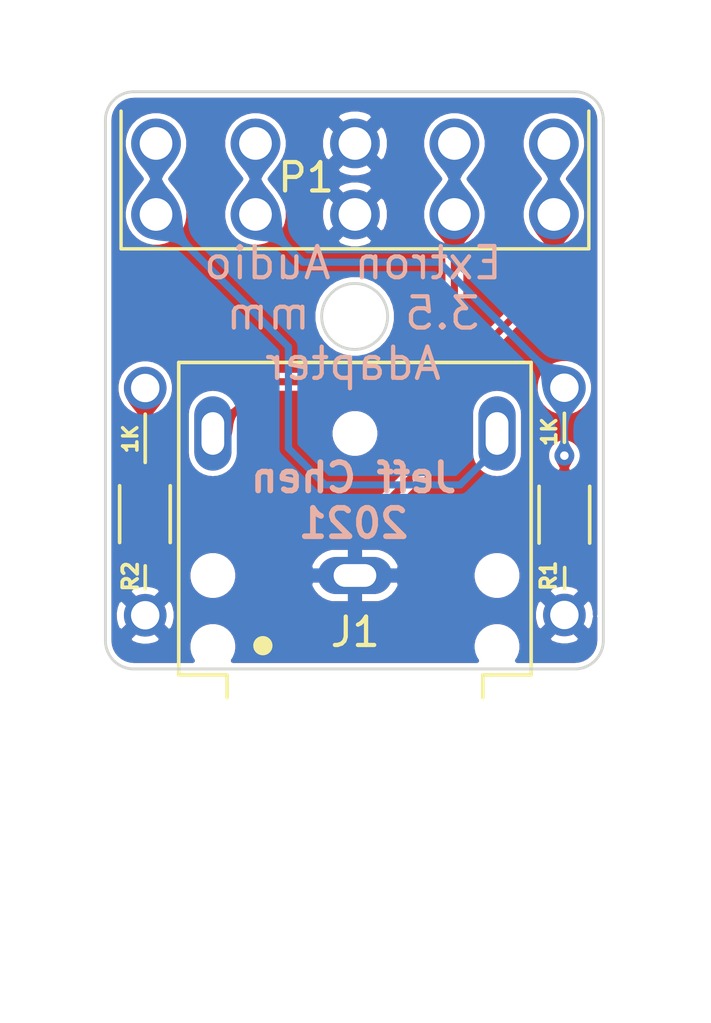
<source format=kicad_pcb>
(kicad_pcb (version 20171130) (host pcbnew "(5.1.10-1-10_14)")

  (general
    (thickness 1.6002)
    (drawings 17)
    (tracks 32)
    (zones 0)
    (modules 6)
    (nets 6)
  )

  (page USLetter)
  (title_block
    (rev 1)
  )

  (layers
    (0 Front signal)
    (31 Back signal)
    (34 B.Paste user)
    (35 F.Paste user)
    (36 B.SilkS user)
    (37 F.SilkS user)
    (38 B.Mask user)
    (39 F.Mask user)
    (42 Eco1.User user)
    (44 Edge.Cuts user)
    (45 Margin user)
    (46 B.CrtYd user)
    (47 F.CrtYd user)
    (49 F.Fab user)
  )

  (setup
    (last_trace_width 0.25)
    (user_trace_width 0.254)
    (user_trace_width 0.508)
    (user_trace_width 0.762)
    (trace_clearance 0.19)
    (zone_clearance 0.16)
    (zone_45_only no)
    (trace_min 0.1524)
    (via_size 0.7)
    (via_drill 0.3)
    (via_min_size 0.508)
    (via_min_drill 0.254)
    (user_via 0.6858 0.3302)
    (user_via 0.889 0.381)
    (uvia_size 0.6858)
    (uvia_drill 0.254)
    (uvias_allowed no)
    (uvia_min_size 0)
    (uvia_min_drill 0)
    (edge_width 0.1)
    (segment_width 0.254)
    (pcb_text_width 0.3048)
    (pcb_text_size 1.524 1.524)
    (mod_edge_width 0.127)
    (mod_text_size 0.762 0.762)
    (mod_text_width 0.127)
    (pad_size 1.524 1.524)
    (pad_drill 0.762)
    (pad_to_mask_clearance 0.0508)
    (aux_axis_origin 0 0)
    (visible_elements FFFFFF7F)
    (pcbplotparams
      (layerselection 0x010fc_ffffffff)
      (usegerberextensions false)
      (usegerberattributes false)
      (usegerberadvancedattributes false)
      (creategerberjobfile false)
      (excludeedgelayer true)
      (linewidth 0.152400)
      (plotframeref false)
      (viasonmask false)
      (mode 1)
      (useauxorigin false)
      (hpglpennumber 1)
      (hpglpenspeed 20)
      (hpglpendiameter 15.000000)
      (psnegative false)
      (psa4output false)
      (plotreference true)
      (plotvalue false)
      (plotinvisibletext false)
      (padsonsilk false)
      (subtractmaskfromsilk true)
      (outputformat 1)
      (mirror false)
      (drillshape 0)
      (scaleselection 1)
      (outputdirectory "./gerbers"))
  )

  (net 0 "")
  (net 1 /R_Ring)
  (net 2 /L_Tip)
  (net 3 /GND)
  (net 4 "Net-(P1-Pad2)")
  (net 5 "Net-(P1-Pad5)")

  (net_class Default "This is the default net class."
    (clearance 0.19)
    (trace_width 0.25)
    (via_dia 0.7)
    (via_drill 0.3)
    (uvia_dia 0.6858)
    (uvia_drill 0.254)
    (diff_pair_width 0.1524)
    (diff_pair_gap 0.1524)
    (add_net /GND)
    (add_net /L_Tip)
    (add_net /R_Ring)
    (add_net "Net-(P1-Pad2)")
    (add_net "Net-(P1-Pad5)")
  )

  (module "Extron Audio 3.5mm Adapter:3.5mm_jack_horizontal" locked (layer Front) (tedit 61725FB0) (tstamp 615BD9FA)
    (at 145.46 117.4 90)
    (path /615C051E)
    (fp_text reference J1 (at -1.99 0.01 180) (layer F.SilkS)
      (effects (font (size 1.000402 1.000402) (thickness 0.15)))
    )
    (fp_text value 3.5mm_Jack_Horizontal (at 4.75889 7.64126 90) (layer F.Fab)
      (effects (font (size 1.000819 1.000819) (thickness 0.15)))
    )
    (fp_line (start 7.5 -6.2) (end 7.5 6.2) (layer F.SilkS) (width 0.127))
    (fp_line (start 7.5 6.2) (end -3.5 6.2) (layer F.SilkS) (width 0.127))
    (fp_line (start 7.5 -6.2) (end -3.5 -6.2) (layer F.SilkS) (width 0.127))
    (fp_line (start 7.75 -6.45) (end 7.75 6.45) (layer F.CrtYd) (width 0.05))
    (fp_line (start 7.75 6.45) (end -4.75 6.45) (layer F.CrtYd) (width 0.05))
    (fp_line (start -4.75 -6.45) (end 7.75 -6.45) (layer F.CrtYd) (width 0.05))
    (fp_line (start 7.5 -6.2) (end -3.5 -6.2) (layer F.Fab) (width 0.127))
    (fp_line (start 7.5 -6.2) (end 7.5 6.2) (layer F.Fab) (width 0.127))
    (fp_line (start 7.5 6.2) (end -3.5 6.2) (layer F.Fab) (width 0.127))
    (fp_line (start -3.5 -6.2) (end -3.5 -4.5) (layer F.Fab) (width 0.127))
    (fp_line (start -3.5 -4.5) (end -4.5 -4.5) (layer F.Fab) (width 0.127))
    (fp_line (start -4.5 -4.5) (end -4.5 -3) (layer F.Fab) (width 0.127))
    (fp_line (start -4.5 -3) (end -4.5 3) (layer F.Fab) (width 0.127))
    (fp_line (start -4.5 3) (end -4.5 4.5) (layer F.Fab) (width 0.127))
    (fp_line (start -4.5 4.5) (end -3.5 4.5) (layer F.Fab) (width 0.127))
    (fp_line (start -3.5 4.5) (end -3.5 6.2) (layer F.Fab) (width 0.127))
    (fp_line (start -3.5 -6.2) (end -3.5 -4.5) (layer F.SilkS) (width 0.127))
    (fp_line (start -3.5 4.5) (end -3.5 6.2) (layer F.SilkS) (width 0.127))
    (fp_line (start -3.5 -4.5) (end -4.3 -4.5) (layer F.SilkS) (width 0.127))
    (fp_line (start -3.5 4.5) (end -4.3 4.5) (layer F.SilkS) (width 0.127))
    (fp_line (start -4.5 -3) (end -6.5 -3) (layer F.Fab) (width 0.127))
    (fp_line (start -6.5 -3) (end -6.5 3) (layer F.Fab) (width 0.127))
    (fp_line (start -6.5 3) (end -4.5 3) (layer F.Fab) (width 0.127))
    (fp_line (start -4.75 -6.45) (end -4.75 -3.25) (layer F.CrtYd) (width 0.05))
    (fp_line (start -4.75 -3.25) (end -6.75 -3.25) (layer F.CrtYd) (width 0.05))
    (fp_line (start -6.75 -3.25) (end -6.75 3.25) (layer F.CrtYd) (width 0.05))
    (fp_line (start -6.75 3.25) (end -4.75 3.25) (layer F.CrtYd) (width 0.05))
    (fp_line (start -4.75 3.25) (end -4.75 6.45) (layer F.CrtYd) (width 0.05))
    (fp_circle (center -2.47 -3.24) (end -2.3 -3.24) (layer F.SilkS) (width 0.34))
    (fp_text user PCB-edge (at -12.5245 -6.01177 90) (layer Dwgs.User)
      (effects (font (size 0.801567 0.801567) (thickness 0.15)))
    )
    (pad 1 thru_hole oval (at 0 0 90) (size 1.308 2.616) (drill oval 0.8 1.5) (layers *.Cu *.Mask)
      (net 3 /GND))
    (pad 2 thru_hole oval (at 5 5 90) (size 2.616 1.308) (drill oval 1.5 0.8) (layers *.Cu *.Mask)
      (net 2 /L_Tip))
    (pad 3 thru_hole oval (at 5 -5 90) (size 2.616 1.308) (drill oval 1.5 0.8) (layers *.Cu *.Mask)
      (net 1 /R_Ring))
    (pad None np_thru_hole circle (at -2.5 -5 90) (size 1.2 1.2) (drill 1.2) (layers *.Cu *.Mask))
    (pad None np_thru_hole circle (at 0 -5 90) (size 1.2 1.2) (drill 1.2) (layers *.Cu *.Mask))
    (pad None np_thru_hole circle (at 5 0 90) (size 1.2 1.2) (drill 1.2) (layers *.Cu *.Mask))
    (pad None np_thru_hole circle (at -2.5 5 90) (size 1.2 1.2) (drill 1.2) (layers *.Cu *.Mask))
    (pad None np_thru_hole circle (at 0 5 90) (size 1.2 1.2) (drill 1.2) (layers *.Cu *.Mask))
    (model "${KISYS3DMOD}/Parts/3.5mm Jack Horizontal SJ1-3523N/SJ1-3523N.step"
      (at (xyz 0 0 0))
      (scale (xyz 1 1 1))
      (rotate (xyz 0 0 0))
    )
  )

  (module "Extron Audio 3.5mm Adapter:terminal_plug_5pin" locked (layer Front) (tedit 61726010) (tstamp 615BDA08)
    (at 145.43 110.53)
    (path /615BDF46)
    (fp_text reference P1 (at -1.69 -7.14 180) (layer F.SilkS)
      (effects (font (size 1 1) (thickness 0.15)))
    )
    (fp_text value terminal_5pin (at -2.75 -8) (layer F.Fab)
      (effects (font (size 1 1) (thickness 0.15)))
    )
    (fp_poly (pts (xy 8.761736 10.152774) (xy -8.743669 10.152774) (xy -8.743669 9.398627) (xy -5.580698 9.398627)
      (xy -5.564099 9.523502) (xy -5.526164 9.632922) (xy -5.523634 9.637909) (xy -5.443105 9.756955)
      (xy -5.340659 9.850388) (xy -5.221499 9.916399) (xy -5.090826 9.953175) (xy -4.953844 9.958905)
      (xy -4.815753 9.931779) (xy -4.751209 9.90683) (xy -4.626493 9.831041) (xy -4.524161 9.728297)
      (xy -4.465824 9.637909) (xy -4.441468 9.585343) (xy -4.426316 9.533009) (xy -4.417886 9.468726)
      (xy -4.414437 9.396566) (xy 4.43851 9.396566) (xy 4.460098 9.532239) (xy 4.513849 9.663801)
      (xy 4.55517 9.729267) (xy 4.646713 9.827196) (xy 4.758606 9.899049) (xy 4.884812 9.943432)
      (xy 5.019293 9.958952) (xy 5.156012 9.944214) (xy 5.287705 9.898419) (xy 5.408164 9.821644)
      (xy 5.503003 9.722912) (xy 5.570649 9.607234) (xy 5.609525 9.479623) (xy 5.618056 9.345091)
      (xy 5.594668 9.208648) (xy 5.543297 9.085179) (xy 5.458126 8.965389) (xy 5.348764 8.872305)
      (xy 5.21892 8.807938) (xy 5.122178 8.786472) (xy 5.010027 8.782061) (xy 4.897052 8.793879)
      (xy 4.797841 8.821097) (xy 4.770516 8.833364) (xy 4.649503 8.913809) (xy 4.554582 9.015403)
      (xy 4.486966 9.133096) (xy 4.447871 9.261834) (xy 4.43851 9.396566) (xy -4.414437 9.396566)
      (xy -4.413752 9.382235) (xy -4.412486 9.300291) (xy -4.415699 9.24205) (xy -4.425631 9.195151)
      (xy -4.444519 9.147236) (xy -4.463381 9.108247) (xy -4.542977 8.986802) (xy -4.646951 8.888358)
      (xy -4.748997 8.827537) (xy -4.803574 8.806828) (xy -4.863937 8.794794) (xy -4.941972 8.78957)
      (xy -4.995092 8.788925) (xy -5.079716 8.790383) (xy -5.141228 8.796514) (xy -5.192577 8.809783)
      (xy -5.246716 8.832654) (xy -5.260915 8.839528) (xy -5.375013 8.914813) (xy -5.470126 9.016386)
      (xy -5.539191 9.136426) (xy -5.547237 9.156518) (xy -5.575298 9.271799) (xy -5.580698 9.398627)
      (xy -8.743669 9.398627) (xy -8.743669 6.925124) (xy -5.580508 6.925124) (xy -5.565787 7.02804)
      (xy -5.558329 7.053338) (xy -5.496748 7.182003) (xy -5.410076 7.288533) (xy -5.303317 7.370791)
      (xy -5.181473 7.426638) (xy -5.049544 7.453938) (xy -4.912535 7.450554) (xy -4.775446 7.414347)
      (xy -4.744399 7.401137) (xy -4.626125 7.328025) (xy -4.529456 7.22653) (xy -4.458006 7.105536)
      (xy -4.430706 7.04318) (xy -4.4153 6.992255) (xy -4.409198 6.938298) (xy -4.409562 6.895993)
      (xy -0.48414 6.895993) (xy -0.480088 6.930796) (xy -0.479472 6.932611) (xy -0.468219 6.939724)
      (xy -0.438414 6.945298) (xy -0.386886 6.949476) (xy -0.310465 6.952403) (xy -0.20598 6.954223)
      (xy -0.070261 6.95508) (xy 0.017499 6.955192) (xy 0.505833 6.955192) (xy 0.505833 6.870802)
      (xy 4.435786 6.870802) (xy 4.451627 7.004223) (xy 4.495969 7.129852) (xy 4.567141 7.24177)
      (xy 4.663474 7.334059) (xy 4.71119 7.365634) (xy 4.845491 7.425446) (xy 4.985606 7.453051)
      (xy 5.125373 7.448096) (xy 5.258629 7.41023) (xy 5.284578 7.398372) (xy 5.393556 7.327009)
      (xy 5.488891 7.230022) (xy 5.561274 7.117662) (xy 5.581341 7.071704) (xy 5.614009 6.935872)
      (xy 5.613768 6.796289) (xy 5.582167 6.660081) (xy 5.520754 6.534369) (xy 5.443776 6.438579)
      (xy 5.339758 6.35893) (xy 5.217135 6.304844) (xy 5.084197 6.277758) (xy 4.949234 6.279108)
      (xy 4.820535 6.310329) (xy 4.786516 6.324729) (xy 4.668653 6.392848) (xy 4.578157 6.47641)
      (xy 4.507124 6.583028) (xy 4.496288 6.604253) (xy 4.450116 6.735506) (xy 4.435786 6.870802)
      (xy 0.505833 6.870802) (xy 0.505833 6.773957) (xy -0.477819 6.783571) (xy -0.482964 6.8468)
      (xy -0.48414 6.895993) (xy -4.409562 6.895993) (xy -4.409813 6.866846) (xy -4.410824 6.841987)
      (xy -4.432691 6.691572) (xy -4.484135 6.561901) (xy -4.565135 6.453006) (xy -4.67567 6.364918)
      (xy -4.748536 6.32559) (xy -4.812877 6.299087) (xy -4.873763 6.284369) (xy -4.946786 6.278409)
      (xy -4.995092 6.277767) (xy -5.080688 6.280347) (xy -5.145985 6.290103) (xy -5.206572 6.310058)
      (xy -5.241648 6.32559) (xy -5.36313 6.400975) (xy -5.463605 6.501094) (xy -5.529132 6.604309)
      (xy -5.561202 6.698213) (xy -5.578653 6.810166) (xy -5.580508 6.925124) (xy -8.743669 6.925124)
      (xy -8.743669 3.739545) (xy -7.984921 3.739545) (xy -7.984921 5.726743) (xy -6.738406 5.726743)
      (xy -6.738406 3.739545) (xy 6.774538 3.739545) (xy 6.774538 5.727217) (xy 7.393279 5.722464)
      (xy 8.01202 5.71771) (xy 8.017238 4.769275) (xy 8.018053 4.586361) (xy 8.018452 4.413521)
      (xy 8.018454 4.254286) (xy 8.018076 4.112187) (xy 8.017335 3.990757) (xy 8.016248 3.893525)
      (xy 8.014834 3.824023) (xy 8.013109 3.785782) (xy 8.012378 3.780192) (xy 8.002299 3.739545)
      (xy 6.774538 3.739545) (xy -6.738406 3.739545) (xy -7.984921 3.739545) (xy -8.743669 3.739545)
      (xy -8.743669 1.354908) (xy -5.112517 1.354908) (xy -5.112517 2.348507) (xy -4.877667 2.348507)
      (xy -4.877667 1.860473) (xy -0.569025 1.860473) (xy -0.567682 1.940015) (xy -0.561572 1.997254)
      (xy -0.547505 2.045982) (xy -0.522291 2.099993) (xy -0.506988 2.12872) (xy -0.422173 2.250217)
      (xy -0.316608 2.343728) (xy -0.194238 2.407642) (xy -0.059009 2.440347) (xy 0.085134 2.44023)
      (xy 0.19872 2.417051) (xy 0.323069 2.362296) (xy 0.340596 2.348507) (xy 4.931283 2.348507)
      (xy 5.021557 2.348507) (xy 5.076584 2.346368) (xy 5.105805 2.337198) (xy 5.119425 2.316868)
      (xy 5.122024 2.30786) (xy 5.124629 2.279041) (xy 5.126561 2.219531) (xy 5.127765 2.134763)
      (xy 5.128188 2.03017) (xy 5.127776 1.911186) (xy 5.126884 1.815576) (xy 5.121551 1.363941)
      (xy 4.940897 1.363941) (xy 4.931283 2.348507) (xy 0.340596 2.348507) (xy 0.431706 2.276831)
      (xy 0.520966 2.16401) (xy 0.564996 2.081741) (xy 0.596451 1.976357) (xy 0.606404 1.855722)
      (xy 0.595153 1.733398) (xy 0.562993 1.622949) (xy 0.554527 1.60439) (xy 0.474825 1.478902)
      (xy 0.373198 1.380132) (xy 0.253179 1.310347) (xy 0.118297 1.271812) (xy 0.024854 1.264595)
      (xy -0.125828 1.280277) (xy -0.258723 1.326656) (xy -0.372077 1.40268) (xy -0.464136 1.507298)
      (xy -0.509005 1.584546) (xy -0.539576 1.650733) (xy -0.557621 1.704992) (xy -0.566344 1.76206)
      (xy -0.568953 1.836675) (xy -0.569025 1.860473) (xy -4.877667 1.860473) (xy -4.877667 1.354908)
      (xy -5.112517 1.354908) (xy -8.743669 1.354908) (xy -8.743669 -2.299427) (xy -1.0746 -2.299427)
      (xy -1.069914 -2.110888) (xy -1.04605 -1.97604) (xy -0.986565 -1.805856) (xy -0.896085 -1.645898)
      (xy -0.779319 -1.500853) (xy -0.640977 -1.375412) (xy -0.485766 -1.274263) (xy -0.318397 -1.202096)
      (xy -0.248996 -1.182369) (xy -0.135907 -1.164484) (xy -0.003723 -1.158402) (xy 0.132581 -1.163901)
      (xy 0.25803 -1.180755) (xy 0.30178 -1.190616) (xy 0.479374 -1.254954) (xy 0.642634 -1.350198)
      (xy 0.787672 -1.472669) (xy 0.910602 -1.618687) (xy 1.007538 -1.78457) (xy 1.05591 -1.904704)
      (xy 1.096595 -2.079817) (xy 1.106891 -2.264059) (xy 1.087786 -2.449446) (xy 1.040268 -2.627995)
      (xy 0.965327 -2.791724) (xy 0.941148 -2.831381) (xy 0.820061 -2.987294) (xy 0.678204 -3.115728)
      (xy 0.519356 -3.215713) (xy 0.347295 -3.286282) (xy 0.165799 -3.326467) (xy -0.021353 -3.335299)
      (xy -0.210383 -3.311809) (xy -0.397513 -3.255031) (xy -0.509857 -3.203246) (xy -0.664763 -3.102104)
      (xy -0.797968 -2.975185) (xy -0.907514 -2.826974) (xy -0.99144 -2.661954) (xy -1.047789 -2.48461)
      (xy -1.0746 -2.299427) (xy -8.743669 -2.299427) (xy -8.743669 -6.304836) (xy -7.298435 -6.304836)
      (xy -7.298435 -5.847178) (xy -7.297961 -5.722034) (xy -7.296628 -5.608958) (xy -7.294568 -5.512931)
      (xy -7.291913 -5.438935) (xy -7.288795 -5.391951) (xy -7.28595 -5.377036) (xy -7.264458 -5.373049)
      (xy -7.213345 -5.370232) (xy -7.139108 -5.368752) (xy -7.048243 -5.368775) (xy -6.992387 -5.369509)
      (xy -6.711308 -5.374466) (xy -6.706487 -5.839651) (xy -6.706042 -5.882618) (xy -3.792495 -5.882618)
      (xy -3.792246 -5.772082) (xy -3.79139 -5.664163) (xy -3.789949 -5.565094) (xy -3.787942 -5.48111)
      (xy -3.78539 -5.418443) (xy -3.782313 -5.383328) (xy -3.781026 -5.378531) (xy -3.761132 -5.374045)
      (xy -3.711459 -5.370793) (xy -3.638348 -5.368972) (xy -3.548135 -5.368776) (xy -3.489799 -5.369498)
      (xy -3.206614 -5.374466) (xy -3.202982 -5.725001) (xy -0.285388 -5.725001) (xy -0.284871 -5.612023)
      (xy -0.283744 -5.516011) (xy -0.282086 -5.441996) (xy -0.279973 -5.395006) (xy -0.277983 -5.380212)
      (xy -0.257711 -5.375197) (xy -0.207626 -5.370911) (xy -0.134045 -5.367668) (xy -0.043284 -5.365783)
      (xy 0.019132 -5.365434) (xy 0.307113 -5.365434) (xy 0.307113 -6.304836) (xy 3.233713 -6.304836)
      (xy 3.233713 -5.365434) (xy 3.811807 -5.365434) (xy 3.811807 -6.304836) (xy 6.738407 -6.304836)
      (xy 6.738407 -5.364539) (xy 7.031971 -5.369502) (xy 7.325534 -5.374466) (xy 7.333344 -6.304836)
      (xy 6.738407 -6.304836) (xy 3.811807 -6.304836) (xy 3.233713 -6.304836) (xy 0.307113 -6.304836)
      (xy -0.28332 -6.304836) (xy -0.285218 -5.849914) (xy -0.285388 -5.725001) (xy -3.202982 -5.725001)
      (xy -3.201793 -5.839651) (xy -3.196971 -6.304836) (xy -3.771758 -6.304836) (xy -3.783922 -6.256371)
      (xy -3.787015 -6.226256) (xy -3.789397 -6.16759) (xy -3.791091 -6.086606) (xy -3.792117 -5.989537)
      (xy -3.792495 -5.882618) (xy -6.706042 -5.882618) (xy -6.701665 -6.304836) (xy -7.298435 -6.304836)
      (xy -8.743669 -6.304836) (xy -8.743669 -8.815931) (xy -7.298435 -8.815931) (xy -7.298435 -8.358274)
      (xy -7.297978 -8.233159) (xy -7.296692 -8.12014) (xy -7.294705 -8.024191) (xy -7.292144 -7.950287)
      (xy -7.289138 -7.903404) (xy -7.286391 -7.888572) (xy -7.265079 -7.884468) (xy -7.214061 -7.880964)
      (xy -7.139761 -7.878321) (xy -7.048603 -7.876797) (xy -6.988312 -7.876529) (xy -6.702275 -7.876529)
      (xy -6.702275 -8.245579) (xy -3.78941 -8.245579) (xy -3.789236 -8.133398) (xy -3.78826 -8.037733)
      (xy -3.786558 -7.963912) (xy -3.784202 -7.917261) (xy -3.782261 -7.903764) (xy -3.772861 -7.893285)
      (xy -3.750609 -7.885801) (xy -3.710458 -7.880852) (xy -3.647361 -7.877975) (xy -3.556273 -7.876708)
      (xy -3.484695 -7.876529) (xy -3.197581 -7.876529) (xy -3.197581 -7.984921) (xy -0.278982 -7.984921)
      (xy -0.278658 -7.932865) (xy -0.276166 -7.896956) (xy -0.27463 -7.890078) (xy -0.255542 -7.885486)
      (xy -0.206545 -7.88156) (xy -0.133859 -7.878587) (xy -0.043707 -7.876854) (xy 0.019132 -7.876529)
      (xy 0.307113 -7.876529) (xy 0.307113 -8.815931) (xy 3.233713 -8.815931) (xy 3.233713 -7.876529)
      (xy 3.811807 -7.876529) (xy 3.811807 -8.815931) (xy 6.738407 -8.815931) (xy 6.738407 -7.875634)
      (xy 7.031971 -7.880598) (xy 7.325534 -7.885562) (xy 7.330897 -8.310013) (xy 7.331999 -8.432431)
      (xy 7.332166 -8.544542) (xy 7.33146 -8.640699) (xy 7.329937 -8.715255) (xy 7.327658 -8.762564)
      (xy 7.326036 -8.775197) (xy 7.321074 -8.790425) (xy 7.311446 -8.801289) (xy 7.291747 -8.808526)
      (xy 7.25657 -8.812872) (xy 7.200512 -8.815064) (xy 7.118167 -8.815838) (xy 7.02711 -8.815931)
      (xy 6.738407 -8.815931) (xy 3.811807 -8.815931) (xy 3.233713 -8.815931) (xy 0.307113 -8.815931)
      (xy -0.270981 -8.815931) (xy -0.274266 -8.441074) (xy -0.275339 -8.322553) (xy -0.276412 -8.211192)
      (xy -0.277411 -8.11395) (xy -0.278265 -8.037784) (xy -0.278903 -7.989652) (xy -0.278982 -7.984921)
      (xy -3.197581 -7.984921) (xy -3.197581 -8.816826) (xy -3.491145 -8.811863) (xy -3.784708 -8.806899)
      (xy -3.78871 -8.368949) (xy -3.78941 -8.245579) (xy -6.702275 -8.245579) (xy -6.702275 -8.815931)
      (xy -7.298435 -8.815931) (xy -8.743669 -8.815931) (xy -8.743669 -10.152773) (xy 8.761736 -10.152773)
      (xy 8.761736 10.152774)) (layer Eco1.User) (width 0.01))
    (fp_line (start 8.26 -9.48) (end 8.26 -4.63) (layer F.SilkS) (width 0.12))
    (fp_line (start 8.26 -4.63) (end -8.2 -4.63) (layer F.SilkS) (width 0.12))
    (fp_line (start -8.2 -4.63) (end -8.2 -9.48) (layer F.SilkS) (width 0.12))
    (pad 1 thru_hole circle (at -6.97 -8.34) (size 1.75 1.75) (drill 1.15) (layers *.Cu *.Mask)
      (net 2 /L_Tip))
    (pad 2 thru_hole circle (at -3.47 -8.34) (size 1.75 1.75) (drill 1.15) (layers *.Cu *.Mask)
      (net 4 "Net-(P1-Pad2)"))
    (pad 3 thru_hole circle (at 0.03 -8.34) (size 1.75 1.75) (drill 1.15) (layers *.Cu *.Mask)
      (net 3 /GND))
    (pad 4 thru_hole circle (at 3.53 -8.34) (size 1.75 1.75) (drill 1.15) (layers *.Cu *.Mask)
      (net 1 /R_Ring))
    (pad 5 thru_hole circle (at 7.03 -8.34) (size 1.75 1.75) (drill 1.15) (layers *.Cu *.Mask)
      (net 5 "Net-(P1-Pad5)"))
    (pad 1 thru_hole circle (at -6.97 -5.84) (size 1.75 1.75) (drill 1.15) (layers *.Cu *.Mask)
      (net 2 /L_Tip))
    (pad 2 thru_hole circle (at -3.47 -5.84) (size 1.75 1.75) (drill 1.15) (layers *.Cu *.Mask)
      (net 4 "Net-(P1-Pad2)"))
    (pad 3 thru_hole circle (at 0.03 -5.84) (size 1.75 1.75) (drill 1.15) (layers *.Cu *.Mask)
      (net 3 /GND))
    (pad 4 thru_hole circle (at 3.53 -5.84) (size 1.75 1.75) (drill 1.15) (layers *.Cu *.Mask)
      (net 1 /R_Ring))
    (pad 5 thru_hole circle (at 7.03 -5.84) (size 1.75 1.75) (drill 1.15) (layers *.Cu *.Mask)
      (net 5 "Net-(P1-Pad5)"))
  )

  (module "Extron Audio 3.5mm Adapter:Resistor_SMD_0805" locked (layer Front) (tedit 615BD414) (tstamp 615BDA18)
    (at 152.83 115.26 270)
    (path /615C3344)
    (fp_text reference R1 (at 2.15 0.56 90) (layer F.SilkS)
      (effects (font (size 0.524716 0.524716) (thickness 0.131179)))
    )
    (fp_text value 1K_SMD (at 2.226388 1.822256 90) (layer F.Fab)
      (effects (font (size 0.529235 0.529235) (thickness 0.132309)))
    )
    (fp_line (start -1.69 -0.96) (end 1.69 -0.96) (layer F.CrtYd) (width 0.05))
    (fp_line (start 1.69 -0.96) (end 1.69 0.96) (layer F.CrtYd) (width 0.05))
    (fp_line (start 1.69 0.96) (end -1.69 0.96) (layer F.CrtYd) (width 0.05))
    (fp_line (start -1.69 0.96) (end -1.69 -0.96) (layer F.CrtYd) (width 0.05))
    (fp_line (start -1.08 -0.7) (end 1.08 -0.7) (layer F.Fab) (width 0.127))
    (fp_line (start -1.08 0.7) (end 1.08 0.7) (layer F.Fab) (width 0.127))
    (fp_line (start 1.08 -0.7) (end 1.08 0.7) (layer F.Fab) (width 0.127))
    (fp_line (start -1.08 -0.7) (end -1.08 0.7) (layer F.Fab) (width 0.127))
    (fp_line (start -1 -0.89) (end 1 -0.89) (layer F.SilkS) (width 0.127))
    (fp_line (start -1 0.89) (end 1 0.89) (layer F.SilkS) (width 0.127))
    (pad 1 smd roundrect (at -0.935 0 270) (size 1 1.42) (layers Front F.Paste F.Mask) (roundrect_rratio 0.18)
      (net 4 "Net-(P1-Pad2)"))
    (pad 2 smd roundrect (at 0.935 0 270) (size 1 1.42) (layers Front F.Paste F.Mask) (roundrect_rratio 0.18)
      (net 3 /GND))
  )

  (module "Extron Audio 3.5mm Adapter:Resistor_SMD_0805" locked (layer Front) (tedit 615BD414) (tstamp 61726689)
    (at 138.07 115.24 270)
    (path /615C5FCE)
    (fp_text reference R2 (at 2.19 0.51 270) (layer F.SilkS)
      (effects (font (size 0.524716 0.524716) (thickness 0.131179)))
    )
    (fp_text value 1K_SMD (at 2.226388 1.822256 90) (layer F.Fab)
      (effects (font (size 0.529235 0.529235) (thickness 0.132309)))
    )
    (fp_line (start -1.69 -0.96) (end 1.69 -0.96) (layer F.CrtYd) (width 0.05))
    (fp_line (start 1.69 -0.96) (end 1.69 0.96) (layer F.CrtYd) (width 0.05))
    (fp_line (start 1.69 0.96) (end -1.69 0.96) (layer F.CrtYd) (width 0.05))
    (fp_line (start -1.69 0.96) (end -1.69 -0.96) (layer F.CrtYd) (width 0.05))
    (fp_line (start -1.08 -0.7) (end 1.08 -0.7) (layer F.Fab) (width 0.127))
    (fp_line (start -1.08 0.7) (end 1.08 0.7) (layer F.Fab) (width 0.127))
    (fp_line (start 1.08 -0.7) (end 1.08 0.7) (layer F.Fab) (width 0.127))
    (fp_line (start -1.08 -0.7) (end -1.08 0.7) (layer F.Fab) (width 0.127))
    (fp_line (start -1 -0.89) (end 1 -0.89) (layer F.SilkS) (width 0.127))
    (fp_line (start -1 0.89) (end 1 0.89) (layer F.SilkS) (width 0.127))
    (pad 1 smd roundrect (at -0.935 0 270) (size 1 1.42) (layers Front F.Paste F.Mask) (roundrect_rratio 0.18)
      (net 5 "Net-(P1-Pad5)"))
    (pad 2 smd roundrect (at 0.935 0 270) (size 1 1.42) (layers Front F.Paste F.Mask) (roundrect_rratio 0.18)
      (net 3 /GND))
  )

  (module "Extron Audio 3.5mm Adapter:Resistor_Through_Hole" (layer Front) (tedit 61725BA2) (tstamp 61725CC7)
    (at 152.83 110.79 270)
    (path /6172BDED)
    (fp_text reference T_R1 (at -1.43 0 180) (layer F.SilkS) hide
      (effects (font (size 0.5 0.5) (thickness 0.125)))
    )
    (fp_text value 1K_SMD (at 0 -0.5 90) (layer F.Fab)
      (effects (font (size 1 1) (thickness 0.15)))
    )
    (pad 2 thru_hole circle (at 8 0 270) (size 1.5 1.5) (drill 1) (layers *.Cu *.Mask)
      (net 3 /GND))
    (pad 1 thru_hole circle (at 0 0 270) (size 1.5 1.5) (drill 1) (layers *.Cu *.Mask)
      (net 4 "Net-(P1-Pad2)"))
  )

  (module "Extron Audio 3.5mm Adapter:Resistor_Through_Hole" (layer Front) (tedit 61725BA2) (tstamp 61725CCD)
    (at 138.08 110.8 270)
    (path /617336C5)
    (fp_text reference T_R2 (at -1.44 0.04 180) (layer F.SilkS) hide
      (effects (font (size 0.5 0.5) (thickness 0.125)))
    )
    (fp_text value 1K_SMD (at 0 -0.5 90) (layer F.Fab)
      (effects (font (size 1 1) (thickness 0.15)))
    )
    (pad 2 thru_hole circle (at 8 0 270) (size 1.5 1.5) (drill 1) (layers *.Cu *.Mask)
      (net 3 /GND))
    (pad 1 thru_hole circle (at 0 0 270) (size 1.5 1.5) (drill 1) (layers *.Cu *.Mask)
      (net 5 "Net-(P1-Pad5)"))
  )

  (gr_line (start 152.84 117.12) (end 152.84 117.86) (layer F.SilkS) (width 0.127) (tstamp 617267BC))
  (gr_line (start 138.08 117.06) (end 138.08 117.87) (layer F.SilkS) (width 0.127) (tstamp 617267BC))
  (gr_line (start 138.08 111.72) (end 138.08 113.42) (layer F.SilkS) (width 0.127) (tstamp 617267BC))
  (gr_line (start 152.83 111.69) (end 152.83 112.71) (layer F.SilkS) (width 0.127))
  (gr_text 1K (at 137.56 112.59 90) (layer F.SilkS)
    (effects (font (size 0.5 0.5) (thickness 0.125)))
  )
  (gr_text 1K (at 152.3 112.34 90) (layer F.SilkS)
    (effects (font (size 0.5 0.5) (thickness 0.125)))
  )
  (gr_text "Jeff Chen\n2021" (at 145.41 114.76) (layer B.SilkS)
    (effects (font (size 1 1) (thickness 0.2)) (justify mirror))
  )
  (gr_text "Extron Audio\n3.5    mm\nAdapter" (at 145.39 108.17) (layer B.SilkS)
    (effects (font (size 1.1 1.1) (thickness 0.15)) (justify mirror))
  )
  (gr_arc (start 153.2 101.37) (end 154.200049 101.37) (angle -90) (layer Edge.Cuts) (width 0.1) (tstamp 615BF39E))
  (gr_arc (start 137.68 101.37) (end 137.68 100.369951) (angle -90) (layer Edge.Cuts) (width 0.1) (tstamp 615BF39E))
  (gr_arc (start 137.68 119.69) (end 136.679951 119.69) (angle -90) (layer Edge.Cuts) (width 0.1) (tstamp 615BF39E))
  (gr_arc (start 153.2 119.69) (end 153.2 120.690049) (angle -90) (layer Edge.Cuts) (width 0.1))
  (gr_circle (center 145.45 108.28) (end 146.27 109.1) (layer Edge.Cuts) (width 0.1))
  (gr_line (start 136.679951 119.69) (end 136.679951 101.37) (layer Edge.Cuts) (width 0.1) (tstamp 615BE667))
  (gr_line (start 153.2 120.690049) (end 137.68 120.690049) (layer Edge.Cuts) (width 0.1))
  (gr_line (start 154.200049 101.37) (end 154.200049 119.69) (layer Edge.Cuts) (width 0.1))
  (gr_line (start 137.68 100.369951) (end 153.2 100.369951) (layer Edge.Cuts) (width 0.1))

  (segment (start 148.96 104.69) (end 148.96 102.24) (width 0.25) (layer Front) (net 1) (status 30))
  (segment (start 148.96 108.37) (end 148.96 104.67) (width 0.25) (layer Front) (net 1) (status 20))
  (segment (start 146.75 110.58) (end 148.96 108.37) (width 0.25) (layer Front) (net 1))
  (segment (start 142.28 110.58) (end 146.75 110.58) (width 0.25) (layer Front) (net 1))
  (segment (start 140.46 112.4) (end 142.28 110.58) (width 0.25) (layer Front) (net 1) (status 10))
  (segment (start 148.96 102.19) (end 148.96 104.69) (width 0.25) (layer Back) (net 1) (status 30))
  (segment (start 138.46 104.69) (end 138.46 102.24) (width 0.25) (layer Front) (net 2) (status 30))
  (segment (start 143.12 109.35) (end 138.46 104.69) (width 0.25) (layer Back) (net 2) (status 20))
  (segment (start 144.41 114.21) (end 143.12 112.92) (width 0.25) (layer Back) (net 2))
  (segment (start 149.16 114.21) (end 144.41 114.21) (width 0.25) (layer Back) (net 2))
  (segment (start 143.12 112.92) (end 143.12 109.35) (width 0.25) (layer Back) (net 2))
  (segment (start 150.46 112.91) (end 149.16 114.21) (width 0.25) (layer Back) (net 2) (status 10))
  (segment (start 150.46 112.4) (end 150.46 112.91) (width 0.25) (layer Back) (net 2) (status 30))
  (segment (start 138.46 102.19) (end 138.46 104.68) (width 0.25) (layer Back) (net 2) (status 30))
  (segment (start 141.96 104.69) (end 141.96 102.21) (width 0.25) (layer Front) (net 4) (status 30))
  (segment (start 152.83 114.325) (end 152.83 113.18) (width 0.25) (layer Front) (net 4) (status 10))
  (via (at 152.83 113.18) (size 0.7) (drill 0.3) (layers Front Back) (net 4))
  (segment (start 141.96 102.19) (end 141.96 104.7) (width 0.25) (layer Back) (net 4) (status 30))
  (segment (start 143.63 106.37) (end 141.95 104.69) (width 0.25) (layer Back) (net 4))
  (segment (start 148.42 106.37) (end 143.63 106.37) (width 0.25) (layer Back) (net 4))
  (segment (start 152.83 110.78) (end 148.42 106.37) (width 0.25) (layer Back) (net 4))
  (segment (start 152.83 113.18) (end 152.83 110.78) (width 0.25) (layer Back) (net 4))
  (segment (start 152.46 104.69) (end 152.46 102.16) (width 0.25) (layer Front) (net 5) (status 30))
  (segment (start 152.46 106.88) (end 152.46 104.71) (width 0.25) (layer Front) (net 5) (status 20))
  (segment (start 147.88 111.46) (end 152.46 106.88) (width 0.25) (layer Front) (net 5))
  (segment (start 147.88 113.51) (end 147.88 111.46) (width 0.25) (layer Front) (net 5))
  (segment (start 145.93 115.46) (end 147.88 113.51) (width 0.25) (layer Front) (net 5))
  (segment (start 140.28 115.46) (end 145.93 115.46) (width 0.25) (layer Front) (net 5))
  (segment (start 139.125 114.305) (end 140.28 115.46) (width 0.25) (layer Front) (net 5))
  (segment (start 138.07 114.305) (end 139.125 114.305) (width 0.25) (layer Front) (net 5) (status 10))
  (segment (start 152.46 102.19) (end 152.46 104.7) (width 0.25) (layer Back) (net 5) (status 30))
  (segment (start 138.08 110.8) (end 138.08 114.3) (width 0.25) (layer Front) (net 5) (status 30))

  (zone (net 3) (net_name /GND) (layer Front) (tstamp 0) (hatch edge 0.508)
    (connect_pads (clearance 0.16))
    (min_thickness 0.16)
    (fill yes (arc_segments 32) (thermal_gap 0.25) (thermal_bridge_width 0.5))
    (polygon
      (pts
        (xy 156.28 123.06) (xy 132.97 123.06) (xy 132.97 97.14) (xy 156.28 97.14)
      )
    )
    (filled_polygon
      (pts
        (xy 153.337644 100.674838) (xy 153.470052 100.714815) (xy 153.592167 100.779744) (xy 153.699343 100.867155) (xy 153.787503 100.973722)
        (xy 153.853286 101.095384) (xy 153.894185 101.227508) (xy 153.910049 101.378442) (xy 153.91005 118.781751) (xy 153.907676 118.66221)
        (xy 153.862038 118.454421) (xy 153.797051 118.297528) (xy 153.648978 118.211438) (xy 153.070416 118.79) (xy 153.648978 119.368562)
        (xy 153.797051 119.282472) (xy 153.874546 119.084347) (xy 153.91005 118.885283) (xy 153.91005 119.675805) (xy 153.895162 119.827645)
        (xy 153.855187 119.960049) (xy 153.790256 120.082167) (xy 153.702846 120.189343) (xy 153.596275 120.277505) (xy 153.474618 120.343285)
        (xy 153.342493 120.384185) (xy 153.191558 120.400049) (xy 151.172218 120.400049) (xy 151.230984 120.3121) (xy 151.296567 120.15377)
        (xy 151.33 119.985688) (xy 151.33 119.814312) (xy 151.296567 119.64623) (xy 151.281137 119.608978) (xy 152.251438 119.608978)
        (xy 152.337528 119.757051) (xy 152.535653 119.834546) (xy 152.74509 119.8719) (xy 152.95779 119.867676) (xy 153.165579 119.822038)
        (xy 153.322472 119.757051) (xy 153.408562 119.608978) (xy 152.83 119.030416) (xy 152.251438 119.608978) (xy 151.281137 119.608978)
        (xy 151.230984 119.4879) (xy 151.135773 119.345407) (xy 151.014593 119.224227) (xy 150.8721 119.129016) (xy 150.71377 119.063433)
        (xy 150.545688 119.03) (xy 150.374312 119.03) (xy 150.20623 119.063433) (xy 150.0479 119.129016) (xy 149.905407 119.224227)
        (xy 149.784227 119.345407) (xy 149.689016 119.4879) (xy 149.623433 119.64623) (xy 149.59 119.814312) (xy 149.59 119.985688)
        (xy 149.623433 120.15377) (xy 149.689016 120.3121) (xy 149.747782 120.400049) (xy 141.172218 120.400049) (xy 141.230984 120.3121)
        (xy 141.296567 120.15377) (xy 141.33 119.985688) (xy 141.33 119.814312) (xy 141.296567 119.64623) (xy 141.230984 119.4879)
        (xy 141.135773 119.345407) (xy 141.014593 119.224227) (xy 140.8721 119.129016) (xy 140.71377 119.063433) (xy 140.545688 119.03)
        (xy 140.374312 119.03) (xy 140.20623 119.063433) (xy 140.0479 119.129016) (xy 139.905407 119.224227) (xy 139.784227 119.345407)
        (xy 139.689016 119.4879) (xy 139.623433 119.64623) (xy 139.59 119.814312) (xy 139.59 119.985688) (xy 139.623433 120.15377)
        (xy 139.689016 120.3121) (xy 139.747782 120.400049) (xy 137.694185 120.400049) (xy 137.542355 120.385162) (xy 137.409951 120.345187)
        (xy 137.287833 120.280256) (xy 137.180657 120.192846) (xy 137.092495 120.086275) (xy 137.026715 119.964618) (xy 136.985815 119.832493)
        (xy 136.969951 119.681558) (xy 136.969951 119.618978) (xy 137.501438 119.618978) (xy 137.587528 119.767051) (xy 137.785653 119.844546)
        (xy 137.99509 119.8819) (xy 138.20779 119.877676) (xy 138.415579 119.832038) (xy 138.572472 119.767051) (xy 138.658562 119.618978)
        (xy 138.08 119.040416) (xy 137.501438 119.618978) (xy 136.969951 119.618978) (xy 136.969951 118.71509) (xy 136.9981 118.71509)
        (xy 137.002324 118.92779) (xy 137.047962 119.135579) (xy 137.112949 119.292472) (xy 137.261022 119.378562) (xy 137.839584 118.8)
        (xy 138.320416 118.8) (xy 138.898978 119.378562) (xy 139.047051 119.292472) (xy 139.124546 119.094347) (xy 139.1619 118.88491)
        (xy 139.158329 118.70509) (xy 151.7481 118.70509) (xy 151.752324 118.91779) (xy 151.797962 119.125579) (xy 151.862949 119.282472)
        (xy 152.011022 119.368562) (xy 152.589584 118.79) (xy 152.011022 118.211438) (xy 151.862949 118.297528) (xy 151.785454 118.495653)
        (xy 151.7481 118.70509) (xy 139.158329 118.70509) (xy 139.157676 118.67221) (xy 139.112038 118.464421) (xy 139.047051 118.307528)
        (xy 138.898978 118.221438) (xy 138.320416 118.8) (xy 137.839584 118.8) (xy 137.261022 118.221438) (xy 137.112949 118.307528)
        (xy 137.035454 118.505653) (xy 136.9981 118.71509) (xy 136.969951 118.71509) (xy 136.969951 117.981022) (xy 137.501438 117.981022)
        (xy 138.08 118.559584) (xy 138.658562 117.981022) (xy 138.572472 117.832949) (xy 138.374347 117.755454) (xy 138.16491 117.7181)
        (xy 137.95221 117.722324) (xy 137.744421 117.767962) (xy 137.587528 117.832949) (xy 137.501438 117.981022) (xy 136.969951 117.981022)
        (xy 136.969951 117.314312) (xy 139.59 117.314312) (xy 139.59 117.485688) (xy 139.623433 117.65377) (xy 139.689016 117.8121)
        (xy 139.784227 117.954593) (xy 139.905407 118.075773) (xy 140.0479 118.170984) (xy 140.20623 118.236567) (xy 140.374312 118.27)
        (xy 140.545688 118.27) (xy 140.71377 118.236567) (xy 140.8721 118.170984) (xy 141.014593 118.075773) (xy 141.135773 117.954593)
        (xy 141.230984 117.8121) (xy 141.26933 117.719524) (xy 143.875322 117.719524) (xy 143.893387 117.805331) (xy 143.989999 117.975585)
        (xy 144.117969 118.123719) (xy 144.27238 118.244041) (xy 144.447298 118.331927) (xy 144.636 118.384) (xy 145.29 118.384)
        (xy 145.29 117.57) (xy 145.63 117.57) (xy 145.63 118.384) (xy 146.284 118.384) (xy 146.472702 118.331927)
        (xy 146.64762 118.244041) (xy 146.802031 118.123719) (xy 146.930001 117.975585) (xy 147.026613 117.805331) (xy 147.044678 117.719524)
        (xy 146.999326 117.57) (xy 145.63 117.57) (xy 145.29 117.57) (xy 143.920674 117.57) (xy 143.875322 117.719524)
        (xy 141.26933 117.719524) (xy 141.296567 117.65377) (xy 141.33 117.485688) (xy 141.33 117.314312) (xy 149.59 117.314312)
        (xy 149.59 117.485688) (xy 149.623433 117.65377) (xy 149.689016 117.8121) (xy 149.784227 117.954593) (xy 149.905407 118.075773)
        (xy 150.0479 118.170984) (xy 150.20623 118.236567) (xy 150.374312 118.27) (xy 150.545688 118.27) (xy 150.71377 118.236567)
        (xy 150.8721 118.170984) (xy 151.014593 118.075773) (xy 151.119344 117.971022) (xy 152.251438 117.971022) (xy 152.83 118.549584)
        (xy 153.408562 117.971022) (xy 153.322472 117.822949) (xy 153.124347 117.745454) (xy 152.91491 117.7081) (xy 152.70221 117.712324)
        (xy 152.494421 117.757962) (xy 152.337528 117.822949) (xy 152.251438 117.971022) (xy 151.119344 117.971022) (xy 151.135773 117.954593)
        (xy 151.230984 117.8121) (xy 151.296567 117.65377) (xy 151.33 117.485688) (xy 151.33 117.314312) (xy 151.296567 117.14623)
        (xy 151.230984 116.9879) (xy 151.135773 116.845407) (xy 151.014593 116.724227) (xy 150.970852 116.695) (xy 151.788403 116.695)
        (xy 151.794775 116.759691) (xy 151.813644 116.821897) (xy 151.844287 116.879225) (xy 151.885526 116.929474) (xy 151.935775 116.970713)
        (xy 151.993103 117.001356) (xy 152.055309 117.020225) (xy 152.12 117.026597) (xy 152.5775 117.025) (xy 152.66 116.9425)
        (xy 152.66 116.365) (xy 153 116.365) (xy 153 116.9425) (xy 153.0825 117.025) (xy 153.54 117.026597)
        (xy 153.604691 117.020225) (xy 153.666897 117.001356) (xy 153.724225 116.970713) (xy 153.774474 116.929474) (xy 153.815713 116.879225)
        (xy 153.846356 116.821897) (xy 153.865225 116.759691) (xy 153.871597 116.695) (xy 153.87 116.4475) (xy 153.7875 116.365)
        (xy 153 116.365) (xy 152.66 116.365) (xy 151.8725 116.365) (xy 151.79 116.4475) (xy 151.788403 116.695)
        (xy 150.970852 116.695) (xy 150.8721 116.629016) (xy 150.71377 116.563433) (xy 150.545688 116.53) (xy 150.374312 116.53)
        (xy 150.20623 116.563433) (xy 150.0479 116.629016) (xy 149.905407 116.724227) (xy 149.784227 116.845407) (xy 149.689016 116.9879)
        (xy 149.623433 117.14623) (xy 149.59 117.314312) (xy 141.33 117.314312) (xy 141.296567 117.14623) (xy 141.269331 117.080476)
        (xy 143.875322 117.080476) (xy 143.920674 117.23) (xy 145.29 117.23) (xy 145.29 116.416) (xy 145.63 116.416)
        (xy 145.63 117.23) (xy 146.999326 117.23) (xy 147.044678 117.080476) (xy 147.026613 116.994669) (xy 146.930001 116.824415)
        (xy 146.802031 116.676281) (xy 146.64762 116.555959) (xy 146.472702 116.468073) (xy 146.284 116.416) (xy 145.63 116.416)
        (xy 145.29 116.416) (xy 144.636 116.416) (xy 144.447298 116.468073) (xy 144.27238 116.555959) (xy 144.117969 116.676281)
        (xy 143.989999 116.824415) (xy 143.893387 116.994669) (xy 143.875322 117.080476) (xy 141.269331 117.080476) (xy 141.230984 116.9879)
        (xy 141.135773 116.845407) (xy 141.014593 116.724227) (xy 140.8721 116.629016) (xy 140.71377 116.563433) (xy 140.545688 116.53)
        (xy 140.374312 116.53) (xy 140.20623 116.563433) (xy 140.0479 116.629016) (xy 139.905407 116.724227) (xy 139.784227 116.845407)
        (xy 139.689016 116.9879) (xy 139.623433 117.14623) (xy 139.59 117.314312) (xy 136.969951 117.314312) (xy 136.969951 116.675)
        (xy 137.028403 116.675) (xy 137.034775 116.739691) (xy 137.053644 116.801897) (xy 137.084287 116.859225) (xy 137.125526 116.909474)
        (xy 137.175775 116.950713) (xy 137.233103 116.981356) (xy 137.295309 117.000225) (xy 137.36 117.006597) (xy 137.8175 117.005)
        (xy 137.9 116.9225) (xy 137.9 116.345) (xy 138.24 116.345) (xy 138.24 116.9225) (xy 138.3225 117.005)
        (xy 138.78 117.006597) (xy 138.844691 117.000225) (xy 138.906897 116.981356) (xy 138.964225 116.950713) (xy 139.014474 116.909474)
        (xy 139.055713 116.859225) (xy 139.086356 116.801897) (xy 139.105225 116.739691) (xy 139.111597 116.675) (xy 139.11 116.4275)
        (xy 139.0275 116.345) (xy 138.24 116.345) (xy 137.9 116.345) (xy 137.1125 116.345) (xy 137.03 116.4275)
        (xy 137.028403 116.675) (xy 136.969951 116.675) (xy 136.969951 115.675) (xy 137.028403 115.675) (xy 137.03 115.9225)
        (xy 137.1125 116.005) (xy 137.9 116.005) (xy 137.9 115.4275) (xy 138.24 115.4275) (xy 138.24 116.005)
        (xy 139.0275 116.005) (xy 139.11 115.9225) (xy 139.111597 115.675) (xy 139.105225 115.610309) (xy 139.086356 115.548103)
        (xy 139.055713 115.490775) (xy 139.014474 115.440526) (xy 138.964225 115.399287) (xy 138.906897 115.368644) (xy 138.844691 115.349775)
        (xy 138.78 115.343403) (xy 138.3225 115.345) (xy 138.24 115.4275) (xy 137.9 115.4275) (xy 137.8175 115.345)
        (xy 137.36 115.343403) (xy 137.295309 115.349775) (xy 137.233103 115.368644) (xy 137.175775 115.399287) (xy 137.125526 115.440526)
        (xy 137.084287 115.490775) (xy 137.053644 115.548103) (xy 137.034775 115.610309) (xy 137.028403 115.675) (xy 136.969951 115.675)
        (xy 136.969951 110.699539) (xy 137.06 110.699539) (xy 137.06 110.900461) (xy 137.099198 111.097523) (xy 137.176088 111.283151)
        (xy 137.210483 111.334626) (xy 137.243 111.394604) (xy 137.255136 111.414829) (xy 137.331729 111.530674) (xy 137.342052 111.545218)
        (xy 137.417717 111.644698) (xy 137.422528 111.650838) (xy 137.493331 111.738547) (xy 137.552591 111.815228) (xy 137.597749 111.883903)
        (xy 137.632011 111.95325) (xy 137.658663 112.035684) (xy 137.677409 112.144602) (xy 137.685 112.29675) (xy 137.685001 113.304307)
        (xy 137.681003 113.399277) (xy 137.671568 113.464406) (xy 137.658765 113.511458) (xy 137.649491 113.533694) (xy 137.54 113.533694)
        (xy 137.451955 113.542366) (xy 137.367293 113.568048) (xy 137.289268 113.609753) (xy 137.220878 113.665878) (xy 137.164753 113.734268)
        (xy 137.123048 113.812293) (xy 137.097366 113.896955) (xy 137.088694 113.985) (xy 137.088694 114.625) (xy 137.097366 114.713045)
        (xy 137.123048 114.797707) (xy 137.164753 114.875732) (xy 137.220878 114.944122) (xy 137.289268 115.000247) (xy 137.367293 115.041952)
        (xy 137.451955 115.067634) (xy 137.54 115.076306) (xy 138.6 115.076306) (xy 138.688045 115.067634) (xy 138.772707 115.041952)
        (xy 138.850732 115.000247) (xy 138.919122 114.944122) (xy 138.975247 114.875732) (xy 139.016952 114.797707) (xy 139.02676 114.765373)
        (xy 139.986975 115.725589) (xy 139.999342 115.740658) (xy 140.059488 115.790019) (xy 140.104206 115.813921) (xy 140.128108 115.826698)
        (xy 140.202567 115.849284) (xy 140.260599 115.855) (xy 140.260606 115.855) (xy 140.28 115.85691) (xy 140.299394 115.855)
        (xy 145.910606 115.855) (xy 145.93 115.85691) (xy 145.949394 115.855) (xy 145.949401 115.855) (xy 146.007433 115.849284)
        (xy 146.081891 115.826698) (xy 146.150512 115.790019) (xy 146.210658 115.740658) (xy 146.223029 115.725584) (xy 146.253613 115.695)
        (xy 151.788403 115.695) (xy 151.79 115.9425) (xy 151.8725 116.025) (xy 152.66 116.025) (xy 152.66 115.4475)
        (xy 153 115.4475) (xy 153 116.025) (xy 153.7875 116.025) (xy 153.87 115.9425) (xy 153.871597 115.695)
        (xy 153.865225 115.630309) (xy 153.846356 115.568103) (xy 153.815713 115.510775) (xy 153.774474 115.460526) (xy 153.724225 115.419287)
        (xy 153.666897 115.388644) (xy 153.604691 115.369775) (xy 153.54 115.363403) (xy 153.0825 115.365) (xy 153 115.4475)
        (xy 152.66 115.4475) (xy 152.5775 115.365) (xy 152.12 115.363403) (xy 152.055309 115.369775) (xy 151.993103 115.388644)
        (xy 151.935775 115.419287) (xy 151.885526 115.460526) (xy 151.844287 115.510775) (xy 151.813644 115.568103) (xy 151.794775 115.630309)
        (xy 151.788403 115.695) (xy 146.253613 115.695) (xy 147.943613 114.005) (xy 151.848694 114.005) (xy 151.848694 114.645)
        (xy 151.857366 114.733045) (xy 151.883048 114.817707) (xy 151.924753 114.895732) (xy 151.980878 114.964122) (xy 152.049268 115.020247)
        (xy 152.127293 115.061952) (xy 152.211955 115.087634) (xy 152.3 115.096306) (xy 153.36 115.096306) (xy 153.448045 115.087634)
        (xy 153.532707 115.061952) (xy 153.610732 115.020247) (xy 153.679122 114.964122) (xy 153.735247 114.895732) (xy 153.776952 114.817707)
        (xy 153.802634 114.733045) (xy 153.811306 114.645) (xy 153.811306 114.005) (xy 153.802634 113.916955) (xy 153.776952 113.832293)
        (xy 153.735247 113.754268) (xy 153.679122 113.685878) (xy 153.610732 113.629753) (xy 153.532707 113.588048) (xy 153.448045 113.562366)
        (xy 153.36 113.553694) (xy 153.33325 113.553694) (xy 153.349242 113.525398) (xy 153.354355 113.515915) (xy 153.364788 113.495604)
        (xy 153.379437 113.47368) (xy 153.426174 113.360847) (xy 153.45 113.241065) (xy 153.45 113.118935) (xy 153.426174 112.999153)
        (xy 153.379437 112.88632) (xy 153.311586 112.784773) (xy 153.225227 112.698414) (xy 153.12368 112.630563) (xy 153.010847 112.583826)
        (xy 152.891065 112.56) (xy 152.768935 112.56) (xy 152.649153 112.583826) (xy 152.53632 112.630563) (xy 152.434773 112.698414)
        (xy 152.348414 112.784773) (xy 152.280563 112.88632) (xy 152.233826 112.999153) (xy 152.21 113.118935) (xy 152.21 113.241065)
        (xy 152.233826 113.360847) (xy 152.280563 113.47368) (xy 152.295212 113.495603) (xy 152.305643 113.515912) (xy 152.310757 113.525398)
        (xy 152.326749 113.553694) (xy 152.3 113.553694) (xy 152.211955 113.562366) (xy 152.127293 113.588048) (xy 152.049268 113.629753)
        (xy 151.980878 113.685878) (xy 151.924753 113.754268) (xy 151.883048 113.832293) (xy 151.857366 113.916955) (xy 151.848694 114.005)
        (xy 147.943613 114.005) (xy 148.145591 113.803023) (xy 148.160658 113.790658) (xy 148.210019 113.730512) (xy 148.246698 113.661891)
        (xy 148.269284 113.587433) (xy 148.275 113.529401) (xy 148.275 113.529392) (xy 148.27691 113.510001) (xy 148.275 113.49061)
        (xy 148.275 111.700615) (xy 149.536 111.700615) (xy 149.536001 113.099386) (xy 149.549371 113.235136) (xy 149.602207 113.40931)
        (xy 149.688006 113.56983) (xy 149.803474 113.710527) (xy 149.944171 113.825995) (xy 150.104691 113.911794) (xy 150.278865 113.96463)
        (xy 150.46 113.98247) (xy 150.641136 113.96463) (xy 150.81531 113.911794) (xy 150.97583 113.825995) (xy 151.116527 113.710527)
        (xy 151.231995 113.56983) (xy 151.317794 113.40931) (xy 151.37063 113.235136) (xy 151.384 113.099386) (xy 151.384 111.700614)
        (xy 151.37063 111.564864) (xy 151.317794 111.39069) (xy 151.231995 111.23017) (xy 151.116527 111.089473) (xy 150.975829 110.974005)
        (xy 150.815309 110.888206) (xy 150.641135 110.83537) (xy 150.46 110.81753) (xy 150.278864 110.83537) (xy 150.10469 110.888206)
        (xy 149.94417 110.974005) (xy 149.803473 111.089473) (xy 149.688005 111.230171) (xy 149.602206 111.390691) (xy 149.54937 111.564865)
        (xy 149.536 111.700615) (xy 148.275 111.700615) (xy 148.275 111.623613) (xy 149.209074 110.689539) (xy 151.81 110.689539)
        (xy 151.81 110.890461) (xy 151.849198 111.087523) (xy 151.926088 111.273151) (xy 152.037715 111.440212) (xy 152.179788 111.582285)
        (xy 152.346849 111.693912) (xy 152.532477 111.770802) (xy 152.729539 111.81) (xy 152.930461 111.81) (xy 153.127523 111.770802)
        (xy 153.313151 111.693912) (xy 153.480212 111.582285) (xy 153.622285 111.440212) (xy 153.733912 111.273151) (xy 153.810802 111.087523)
        (xy 153.85 110.890461) (xy 153.85 110.689539) (xy 153.810802 110.492477) (xy 153.733912 110.306849) (xy 153.622285 110.139788)
        (xy 153.480212 109.997715) (xy 153.313151 109.886088) (xy 153.127523 109.809198) (xy 152.930461 109.77) (xy 152.729539 109.77)
        (xy 152.532477 109.809198) (xy 152.346849 109.886088) (xy 152.179788 109.997715) (xy 152.037715 110.139788) (xy 151.926088 110.306849)
        (xy 151.849198 110.492477) (xy 151.81 110.689539) (xy 149.209074 110.689539) (xy 152.725591 107.173023) (xy 152.740658 107.160658)
        (xy 152.790019 107.100512) (xy 152.826698 107.031891) (xy 152.849284 106.957433) (xy 152.855 106.899401) (xy 152.855 106.899395)
        (xy 152.85691 106.880001) (xy 152.855 106.860607) (xy 152.855 106.451919) (xy 152.864412 106.268154) (xy 152.888142 106.134039)
        (xy 152.922413 106.031046) (xy 152.966652 105.944118) (xy 153.023975 105.859453) (xy 153.097268 105.767154) (xy 153.183081 105.66328)
        (xy 153.188438 105.656582) (xy 153.279373 105.539099) (xy 153.290329 105.523879) (xy 153.382075 105.386626) (xy 153.39476 105.365646)
        (xy 153.434856 105.29197) (xy 153.474686 105.232361) (xy 153.560998 105.023984) (xy 153.605 104.802773) (xy 153.605 104.577227)
        (xy 153.560998 104.356016) (xy 153.474686 104.147639) (xy 153.434444 104.087414) (xy 153.395099 104.015228) (xy 153.382197 103.993952)
        (xy 153.290694 103.857653) (xy 153.279505 103.842196) (xy 153.188669 103.725618) (xy 153.183121 103.718734) (xy 153.097271 103.615699)
        (xy 153.023839 103.524136) (xy 152.966508 103.440356) (xy 152.962574 103.432708) (xy 152.965997 103.42627) (xy 153.023351 103.345124)
        (xy 153.09711 103.255885) (xy 153.183166 103.155264) (xy 153.189303 103.147823) (xy 153.279844 103.033964) (xy 153.291761 103.017775)
        (xy 153.382532 102.884335) (xy 153.396099 102.862168) (xy 153.433124 102.794563) (xy 153.474686 102.732361) (xy 153.560998 102.523984)
        (xy 153.605 102.302773) (xy 153.605 102.077227) (xy 153.560998 101.856016) (xy 153.474686 101.647639) (xy 153.349379 101.460105)
        (xy 153.189895 101.300621) (xy 153.002361 101.175314) (xy 152.793984 101.089002) (xy 152.572773 101.045) (xy 152.347227 101.045)
        (xy 152.126016 101.089002) (xy 151.917639 101.175314) (xy 151.730105 101.300621) (xy 151.570621 101.460105) (xy 151.445314 101.647639)
        (xy 151.359002 101.856016) (xy 151.315 102.077227) (xy 151.315 102.302773) (xy 151.359002 102.523984) (xy 151.445314 102.732361)
        (xy 151.486876 102.794563) (xy 151.5239 102.862167) (xy 151.537467 102.884335) (xy 151.628238 103.017775) (xy 151.640155 103.033964)
        (xy 151.730696 103.147823) (xy 151.736833 103.155264) (xy 151.822889 103.255885) (xy 151.896648 103.345124) (xy 151.954002 103.42627)
        (xy 151.957425 103.432708) (xy 151.953491 103.440356) (xy 151.89616 103.524136) (xy 151.822728 103.615699) (xy 151.736878 103.718734)
        (xy 151.73133 103.725618) (xy 151.640494 103.842196) (xy 151.629305 103.857653) (xy 151.537802 103.993952) (xy 151.524899 104.015229)
        (xy 151.48555 104.087422) (xy 151.445314 104.147639) (xy 151.359002 104.356016) (xy 151.315 104.577227) (xy 151.315 104.802773)
        (xy 151.359002 105.023984) (xy 151.445314 105.232361) (xy 151.485138 105.291962) (xy 151.525238 105.365645) (xy 151.537924 105.386626)
        (xy 151.62967 105.523879) (xy 151.640626 105.539099) (xy 151.731561 105.656582) (xy 151.736918 105.66328) (xy 151.822731 105.767154)
        (xy 151.896024 105.859453) (xy 151.953347 105.944118) (xy 151.997586 106.031046) (xy 152.031857 106.134039) (xy 152.055588 106.268162)
        (xy 152.065 106.451905) (xy 152.065 106.716386) (xy 147.614412 111.166975) (xy 147.599343 111.179342) (xy 147.549982 111.239488)
        (xy 147.513303 111.308109) (xy 147.490716 111.382567) (xy 147.48309 111.46) (xy 147.485001 111.479404) (xy 147.485 113.346386)
        (xy 145.766387 115.065) (xy 140.443614 115.065) (xy 139.418029 114.039416) (xy 139.405658 114.024342) (xy 139.345512 113.974981)
        (xy 139.276891 113.938302) (xy 139.202433 113.915716) (xy 139.144401 113.91) (xy 139.144394 113.91) (xy 139.125 113.90809)
        (xy 139.105606 113.91) (xy 139.065695 113.91) (xy 139.043828 113.909079) (xy 139.042634 113.896955) (xy 139.016952 113.812293)
        (xy 138.975247 113.734268) (xy 138.919122 113.665878) (xy 138.850732 113.609753) (xy 138.772707 113.568048) (xy 138.688045 113.542366)
        (xy 138.6 113.533694) (xy 138.507805 113.533694) (xy 138.501657 113.518441) (xy 138.48856 113.468953) (xy 138.47901 113.401531)
        (xy 138.475 113.304429) (xy 138.475 112.296738) (xy 138.48259 112.144602) (xy 138.501336 112.035684) (xy 138.527988 111.95325)
        (xy 138.56225 111.883903) (xy 138.607408 111.815228) (xy 138.666668 111.738547) (xy 138.697288 111.700615) (xy 139.536 111.700615)
        (xy 139.536001 113.099386) (xy 139.549371 113.235136) (xy 139.602207 113.40931) (xy 139.688006 113.56983) (xy 139.803474 113.710527)
        (xy 139.944171 113.825995) (xy 140.104691 113.911794) (xy 140.278865 113.96463) (xy 140.46 113.98247) (xy 140.641136 113.96463)
        (xy 140.81531 113.911794) (xy 140.97583 113.825995) (xy 141.116527 113.710527) (xy 141.231995 113.56983) (xy 141.317794 113.40931)
        (xy 141.37063 113.235136) (xy 141.384 113.099386) (xy 141.384 112.526929) (xy 141.406438 112.422267) (xy 141.409341 112.406443)
        (xy 141.423415 112.314312) (xy 144.59 112.314312) (xy 144.59 112.485688) (xy 144.623433 112.65377) (xy 144.689016 112.8121)
        (xy 144.784227 112.954593) (xy 144.905407 113.075773) (xy 145.0479 113.170984) (xy 145.20623 113.236567) (xy 145.374312 113.27)
        (xy 145.545688 113.27) (xy 145.71377 113.236567) (xy 145.8721 113.170984) (xy 146.014593 113.075773) (xy 146.135773 112.954593)
        (xy 146.230984 112.8121) (xy 146.296567 112.65377) (xy 146.33 112.485688) (xy 146.33 112.314312) (xy 146.296567 112.14623)
        (xy 146.230984 111.9879) (xy 146.135773 111.845407) (xy 146.014593 111.724227) (xy 145.8721 111.629016) (xy 145.71377 111.563433)
        (xy 145.545688 111.53) (xy 145.374312 111.53) (xy 145.20623 111.563433) (xy 145.0479 111.629016) (xy 144.905407 111.724227)
        (xy 144.784227 111.845407) (xy 144.689016 111.9879) (xy 144.623433 112.14623) (xy 144.59 112.314312) (xy 141.423415 112.314312)
        (xy 141.425689 112.29943) (xy 141.426575 112.293128) (xy 141.438919 112.197239) (xy 141.45135 112.116431) (xy 141.46686 112.050023)
        (xy 141.488758 111.98987) (xy 141.52285 111.925823) (xy 141.577719 111.849634) (xy 141.665894 111.752719) (xy 142.443614 110.975)
        (xy 146.730606 110.975) (xy 146.75 110.97691) (xy 146.769394 110.975) (xy 146.769401 110.975) (xy 146.827433 110.969284)
        (xy 146.901891 110.946698) (xy 146.970512 110.910019) (xy 147.030658 110.860658) (xy 147.043029 110.845584) (xy 149.225591 108.663023)
        (xy 149.240658 108.650658) (xy 149.290019 108.590512) (xy 149.326698 108.521891) (xy 149.349284 108.447433) (xy 149.355 108.389401)
        (xy 149.355 108.389394) (xy 149.35691 108.37) (xy 149.355 108.350606) (xy 149.355 106.422126) (xy 149.364473 106.242969)
        (xy 149.388158 106.113354) (xy 149.422193 106.014366) (xy 149.466182 105.930718) (xy 149.523528 105.848699) (xy 149.597194 105.758664)
        (xy 149.683164 105.657256) (xy 149.689101 105.650002) (xy 149.77974 105.535237) (xy 149.791411 105.519293) (xy 149.882426 105.3849)
        (xy 149.895767 105.363033) (xy 149.933573 105.293891) (xy 149.974686 105.232361) (xy 150.060998 105.023984) (xy 150.105 104.802773)
        (xy 150.105 104.577227) (xy 150.060998 104.356016) (xy 149.974686 104.147639) (xy 149.934444 104.087414) (xy 149.895099 104.015228)
        (xy 149.882197 103.993952) (xy 149.790694 103.857653) (xy 149.779505 103.842196) (xy 149.688669 103.725618) (xy 149.683121 103.718734)
        (xy 149.597271 103.615699) (xy 149.523839 103.524136) (xy 149.467861 103.442333) (xy 149.523975 103.359453) (xy 149.597268 103.267154)
        (xy 149.683081 103.16328) (xy 149.688438 103.156582) (xy 149.779373 103.039099) (xy 149.790329 103.023879) (xy 149.882075 102.886626)
        (xy 149.89476 102.865646) (xy 149.934856 102.79197) (xy 149.974686 102.732361) (xy 150.060998 102.523984) (xy 150.105 102.302773)
        (xy 150.105 102.077227) (xy 150.060998 101.856016) (xy 149.974686 101.647639) (xy 149.849379 101.460105) (xy 149.689895 101.300621)
        (xy 149.502361 101.175314) (xy 149.293984 101.089002) (xy 149.072773 101.045) (xy 148.847227 101.045) (xy 148.626016 101.089002)
        (xy 148.417639 101.175314) (xy 148.230105 101.300621) (xy 148.070621 101.460105) (xy 147.945314 101.647639) (xy 147.859002 101.856016)
        (xy 147.815 102.077227) (xy 147.815 102.302773) (xy 147.859002 102.523984) (xy 147.945314 102.732361) (xy 147.985138 102.791962)
        (xy 148.025238 102.865645) (xy 148.037924 102.886626) (xy 148.12967 103.023879) (xy 148.140626 103.039099) (xy 148.231561 103.156582)
        (xy 148.236918 103.16328) (xy 148.322731 103.267154) (xy 148.396024 103.359453) (xy 148.452138 103.442333) (xy 148.39616 103.524136)
        (xy 148.322728 103.615699) (xy 148.236878 103.718734) (xy 148.23133 103.725618) (xy 148.140494 103.842196) (xy 148.129305 103.857653)
        (xy 148.037802 103.993952) (xy 148.024899 104.015229) (xy 147.98555 104.087422) (xy 147.945314 104.147639) (xy 147.859002 104.356016)
        (xy 147.815 104.577227) (xy 147.815 104.802773) (xy 147.859002 105.023984) (xy 147.945314 105.232361) (xy 147.986422 105.293882)
        (xy 148.024231 105.363032) (xy 148.037573 105.3849) (xy 148.128588 105.519293) (xy 148.140259 105.535237) (xy 148.230898 105.650002)
        (xy 148.236835 105.657256) (xy 148.322805 105.758664) (xy 148.396471 105.848699) (xy 148.453817 105.930718) (xy 148.497806 106.014366)
        (xy 148.531841 106.113354) (xy 148.555526 106.242969) (xy 148.565001 106.422139) (xy 148.565 108.206386) (xy 146.586387 110.185)
        (xy 142.299394 110.185) (xy 142.28 110.18309) (xy 142.260606 110.185) (xy 142.260599 110.185) (xy 142.202567 110.190716)
        (xy 142.128108 110.213302) (xy 142.104206 110.226079) (xy 142.059488 110.249981) (xy 141.999342 110.299342) (xy 141.986975 110.314411)
        (xy 141.159523 111.141863) (xy 141.116527 111.089473) (xy 140.975829 110.974005) (xy 140.815309 110.888206) (xy 140.641135 110.83537)
        (xy 140.46 110.81753) (xy 140.278864 110.83537) (xy 140.10469 110.888206) (xy 139.94417 110.974005) (xy 139.803473 111.089473)
        (xy 139.688005 111.230171) (xy 139.602206 111.390691) (xy 139.54937 111.564865) (xy 139.536 111.700615) (xy 138.697288 111.700615)
        (xy 138.737471 111.650838) (xy 138.742282 111.644698) (xy 138.817947 111.545218) (xy 138.82827 111.530674) (xy 138.904863 111.414829)
        (xy 138.916999 111.394605) (xy 138.949517 111.334627) (xy 138.983912 111.283151) (xy 139.060802 111.097523) (xy 139.1 110.900461)
        (xy 139.1 110.699539) (xy 139.060802 110.502477) (xy 138.983912 110.316849) (xy 138.872285 110.149788) (xy 138.730212 110.007715)
        (xy 138.563151 109.896088) (xy 138.377523 109.819198) (xy 138.180461 109.78) (xy 137.979539 109.78) (xy 137.782477 109.819198)
        (xy 137.596849 109.896088) (xy 137.429788 110.007715) (xy 137.287715 110.149788) (xy 137.176088 110.316849) (xy 137.099198 110.502477)
        (xy 137.06 110.699539) (xy 136.969951 110.699539) (xy 136.969951 108.135949) (xy 143.987422 108.135949) (xy 143.987422 108.424051)
        (xy 144.043628 108.706618) (xy 144.15388 108.972791) (xy 144.313941 109.212339) (xy 144.517661 109.416059) (xy 144.757209 109.57612)
        (xy 145.023382 109.686372) (xy 145.305949 109.742578) (xy 145.594051 109.742578) (xy 145.876618 109.686372) (xy 146.142791 109.57612)
        (xy 146.382339 109.416059) (xy 146.586059 109.212339) (xy 146.74612 108.972791) (xy 146.856372 108.706618) (xy 146.912578 108.424051)
        (xy 146.912578 108.135949) (xy 146.856372 107.853382) (xy 146.74612 107.587209) (xy 146.586059 107.347661) (xy 146.382339 107.143941)
        (xy 146.142791 106.98388) (xy 145.876618 106.873628) (xy 145.594051 106.817422) (xy 145.305949 106.817422) (xy 145.023382 106.873628)
        (xy 144.757209 106.98388) (xy 144.517661 107.143941) (xy 144.313941 107.347661) (xy 144.15388 107.587209) (xy 144.043628 107.853382)
        (xy 143.987422 108.135949) (xy 136.969951 108.135949) (xy 136.969951 102.077227) (xy 137.315 102.077227) (xy 137.315 102.302773)
        (xy 137.359002 102.523984) (xy 137.445314 102.732361) (xy 137.485138 102.791962) (xy 137.525238 102.865645) (xy 137.537924 102.886626)
        (xy 137.62967 103.023879) (xy 137.640626 103.039099) (xy 137.731561 103.156582) (xy 137.736918 103.16328) (xy 137.822731 103.267154)
        (xy 137.896024 103.359453) (xy 137.952138 103.442333) (xy 137.89616 103.524136) (xy 137.822728 103.615699) (xy 137.736878 103.718734)
        (xy 137.73133 103.725618) (xy 137.640494 103.842196) (xy 137.629305 103.857653) (xy 137.537802 103.993952) (xy 137.524899 104.015229)
        (xy 137.48555 104.087422) (xy 137.445314 104.147639) (xy 137.359002 104.356016) (xy 137.315 104.577227) (xy 137.315 104.802773)
        (xy 137.359002 105.023984) (xy 137.445314 105.232361) (xy 137.570621 105.419895) (xy 137.730105 105.579379) (xy 137.917639 105.704686)
        (xy 138.126016 105.790998) (xy 138.347227 105.835) (xy 138.572773 105.835) (xy 138.793984 105.790998) (xy 139.002361 105.704686)
        (xy 139.189895 105.579379) (xy 139.349379 105.419895) (xy 139.474686 105.232361) (xy 139.560998 105.023984) (xy 139.605 104.802773)
        (xy 139.605 104.577227) (xy 139.560998 104.356016) (xy 139.474686 104.147639) (xy 139.434444 104.087414) (xy 139.395099 104.015228)
        (xy 139.382197 103.993952) (xy 139.290694 103.857653) (xy 139.279505 103.842196) (xy 139.188669 103.725618) (xy 139.183121 103.718734)
        (xy 139.097271 103.615699) (xy 139.023839 103.524136) (xy 138.967861 103.442333) (xy 139.023975 103.359453) (xy 139.097268 103.267154)
        (xy 139.183081 103.16328) (xy 139.188438 103.156582) (xy 139.279373 103.039099) (xy 139.290329 103.023879) (xy 139.382075 102.886626)
        (xy 139.39476 102.865646) (xy 139.434856 102.79197) (xy 139.474686 102.732361) (xy 139.560998 102.523984) (xy 139.605 102.302773)
        (xy 139.605 102.077227) (xy 140.815 102.077227) (xy 140.815 102.302773) (xy 140.859002 102.523984) (xy 140.945314 102.732361)
        (xy 140.985138 102.791962) (xy 141.025238 102.865645) (xy 141.037924 102.886626) (xy 141.12967 103.023879) (xy 141.140626 103.039099)
        (xy 141.231561 103.156582) (xy 141.236918 103.16328) (xy 141.322731 103.267154) (xy 141.396024 103.359453) (xy 141.452138 103.442333)
        (xy 141.39616 103.524136) (xy 141.322728 103.615699) (xy 141.236878 103.718734) (xy 141.23133 103.725618) (xy 141.140494 103.842196)
        (xy 141.129305 103.857653) (xy 141.037802 103.993952) (xy 141.024899 104.015229) (xy 140.98555 104.087422) (xy 140.945314 104.147639)
        (xy 140.859002 104.356016) (xy 140.815 104.577227) (xy 140.815 104.802773) (xy 140.859002 105.023984) (xy 140.945314 105.232361)
        (xy 141.070621 105.419895) (xy 141.230105 105.579379) (xy 141.417639 105.704686) (xy 141.626016 105.790998) (xy 141.847227 105.835)
        (xy 142.072773 105.835) (xy 142.293984 105.790998) (xy 142.502361 105.704686) (xy 142.660605 105.59895) (xy 144.791466 105.59895)
        (xy 144.892874 105.759802) (xy 145.11248 105.849887) (xy 145.34544 105.895398) (xy 145.582803 105.894586) (xy 145.815447 105.847483)
        (xy 146.027126 105.759802) (xy 146.128534 105.59895) (xy 145.46 104.930416) (xy 144.791466 105.59895) (xy 142.660605 105.59895)
        (xy 142.689895 105.579379) (xy 142.849379 105.419895) (xy 142.974686 105.232361) (xy 143.060998 105.023984) (xy 143.105 104.802773)
        (xy 143.105 104.577227) (xy 143.104645 104.57544) (xy 144.254602 104.57544) (xy 144.255414 104.812803) (xy 144.302517 105.045447)
        (xy 144.390198 105.257126) (xy 144.55105 105.358534) (xy 145.219584 104.69) (xy 145.700416 104.69) (xy 146.36895 105.358534)
        (xy 146.529802 105.257126) (xy 146.619887 105.03752) (xy 146.665398 104.80456) (xy 146.664586 104.567197) (xy 146.617483 104.334553)
        (xy 146.529802 104.122874) (xy 146.36895 104.021466) (xy 145.700416 104.69) (xy 145.219584 104.69) (xy 144.55105 104.021466)
        (xy 144.390198 104.122874) (xy 144.300113 104.34248) (xy 144.254602 104.57544) (xy 143.104645 104.57544) (xy 143.060998 104.356016)
        (xy 142.974686 104.147639) (xy 142.934444 104.087414) (xy 142.895099 104.015228) (xy 142.882197 103.993952) (xy 142.790694 103.857653)
        (xy 142.779505 103.842196) (xy 142.731861 103.78105) (xy 144.791466 103.78105) (xy 145.46 104.449584) (xy 146.128534 103.78105)
        (xy 146.027126 103.620198) (xy 145.80752 103.530113) (xy 145.57456 103.484602) (xy 145.337197 103.485414) (xy 145.104553 103.532517)
        (xy 144.892874 103.620198) (xy 144.791466 103.78105) (xy 142.731861 103.78105) (xy 142.688669 103.725618) (xy 142.683121 103.718734)
        (xy 142.597271 103.615699) (xy 142.523839 103.524136) (xy 142.467861 103.442333) (xy 142.523975 103.359453) (xy 142.597268 103.267154)
        (xy 142.683081 103.16328) (xy 142.688438 103.156582) (xy 142.733046 103.09895) (xy 144.791466 103.09895) (xy 144.892874 103.259802)
        (xy 145.11248 103.349887) (xy 145.34544 103.395398) (xy 145.582803 103.394586) (xy 145.815447 103.347483) (xy 146.027126 103.259802)
        (xy 146.128534 103.09895) (xy 145.46 102.430416) (xy 144.791466 103.09895) (xy 142.733046 103.09895) (xy 142.779373 103.039099)
        (xy 142.790329 103.023879) (xy 142.882075 102.886626) (xy 142.89476 102.865646) (xy 142.934856 102.79197) (xy 142.974686 102.732361)
        (xy 143.060998 102.523984) (xy 143.105 102.302773) (xy 143.105 102.077227) (xy 143.104645 102.07544) (xy 144.254602 102.07544)
        (xy 144.255414 102.312803) (xy 144.302517 102.545447) (xy 144.390198 102.757126) (xy 144.55105 102.858534) (xy 145.219584 102.19)
        (xy 145.700416 102.19) (xy 146.36895 102.858534) (xy 146.529802 102.757126) (xy 146.619887 102.53752) (xy 146.665398 102.30456)
        (xy 146.664586 102.067197) (xy 146.617483 101.834553) (xy 146.529802 101.622874) (xy 146.36895 101.521466) (xy 145.700416 102.19)
        (xy 145.219584 102.19) (xy 144.55105 101.521466) (xy 144.390198 101.622874) (xy 144.300113 101.84248) (xy 144.254602 102.07544)
        (xy 143.104645 102.07544) (xy 143.060998 101.856016) (xy 142.974686 101.647639) (xy 142.849379 101.460105) (xy 142.689895 101.300621)
        (xy 142.660606 101.28105) (xy 144.791466 101.28105) (xy 145.46 101.949584) (xy 146.128534 101.28105) (xy 146.027126 101.120198)
        (xy 145.80752 101.030113) (xy 145.57456 100.984602) (xy 145.337197 100.985414) (xy 145.104553 101.032517) (xy 144.892874 101.120198)
        (xy 144.791466 101.28105) (xy 142.660606 101.28105) (xy 142.502361 101.175314) (xy 142.293984 101.089002) (xy 142.072773 101.045)
        (xy 141.847227 101.045) (xy 141.626016 101.089002) (xy 141.417639 101.175314) (xy 141.230105 101.300621) (xy 141.070621 101.460105)
        (xy 140.945314 101.647639) (xy 140.859002 101.856016) (xy 140.815 102.077227) (xy 139.605 102.077227) (xy 139.560998 101.856016)
        (xy 139.474686 101.647639) (xy 139.349379 101.460105) (xy 139.189895 101.300621) (xy 139.002361 101.175314) (xy 138.793984 101.089002)
        (xy 138.572773 101.045) (xy 138.347227 101.045) (xy 138.126016 101.089002) (xy 137.917639 101.175314) (xy 137.730105 101.300621)
        (xy 137.570621 101.460105) (xy 137.445314 101.647639) (xy 137.359002 101.856016) (xy 137.315 102.077227) (xy 136.969951 102.077227)
        (xy 136.969951 101.384184) (xy 136.984838 101.232356) (xy 137.024815 101.099948) (xy 137.089744 100.977833) (xy 137.177155 100.870657)
        (xy 137.283722 100.782497) (xy 137.405384 100.716714) (xy 137.537508 100.675815) (xy 137.688442 100.659951) (xy 153.185816 100.659951)
      )
    )
  )
  (zone (net 3) (net_name /GND) (layer Back) (tstamp 0) (hatch edge 0.508)
    (connect_pads (clearance 0.16))
    (min_thickness 0.16)
    (fill yes (arc_segments 32) (thermal_gap 0.25) (thermal_bridge_width 0.5))
    (polygon
      (pts
        (xy 158 124.72) (xy 134.91 124.72) (xy 134.91 98.88) (xy 158 98.88)
      )
    )
    (filled_polygon
      (pts
        (xy 153.337644 100.674838) (xy 153.470052 100.714815) (xy 153.592167 100.779744) (xy 153.699343 100.867155) (xy 153.787503 100.973722)
        (xy 153.853286 101.095384) (xy 153.894185 101.227508) (xy 153.910049 101.378442) (xy 153.91005 118.781751) (xy 153.907676 118.66221)
        (xy 153.862038 118.454421) (xy 153.797051 118.297528) (xy 153.648978 118.211438) (xy 153.070416 118.79) (xy 153.648978 119.368562)
        (xy 153.797051 119.282472) (xy 153.874546 119.084347) (xy 153.91005 118.885283) (xy 153.91005 119.675805) (xy 153.895162 119.827645)
        (xy 153.855187 119.960049) (xy 153.790256 120.082167) (xy 153.702846 120.189343) (xy 153.596275 120.277505) (xy 153.474618 120.343285)
        (xy 153.342493 120.384185) (xy 153.191558 120.400049) (xy 151.172218 120.400049) (xy 151.230984 120.3121) (xy 151.296567 120.15377)
        (xy 151.33 119.985688) (xy 151.33 119.814312) (xy 151.296567 119.64623) (xy 151.281137 119.608978) (xy 152.251438 119.608978)
        (xy 152.337528 119.757051) (xy 152.535653 119.834546) (xy 152.74509 119.8719) (xy 152.95779 119.867676) (xy 153.165579 119.822038)
        (xy 153.322472 119.757051) (xy 153.408562 119.608978) (xy 152.83 119.030416) (xy 152.251438 119.608978) (xy 151.281137 119.608978)
        (xy 151.230984 119.4879) (xy 151.135773 119.345407) (xy 151.014593 119.224227) (xy 150.8721 119.129016) (xy 150.71377 119.063433)
        (xy 150.545688 119.03) (xy 150.374312 119.03) (xy 150.20623 119.063433) (xy 150.0479 119.129016) (xy 149.905407 119.224227)
        (xy 149.784227 119.345407) (xy 149.689016 119.4879) (xy 149.623433 119.64623) (xy 149.59 119.814312) (xy 149.59 119.985688)
        (xy 149.623433 120.15377) (xy 149.689016 120.3121) (xy 149.747782 120.400049) (xy 141.172218 120.400049) (xy 141.230984 120.3121)
        (xy 141.296567 120.15377) (xy 141.33 119.985688) (xy 141.33 119.814312) (xy 141.296567 119.64623) (xy 141.230984 119.4879)
        (xy 141.135773 119.345407) (xy 141.014593 119.224227) (xy 140.8721 119.129016) (xy 140.71377 119.063433) (xy 140.545688 119.03)
        (xy 140.374312 119.03) (xy 140.20623 119.063433) (xy 140.0479 119.129016) (xy 139.905407 119.224227) (xy 139.784227 119.345407)
        (xy 139.689016 119.4879) (xy 139.623433 119.64623) (xy 139.59 119.814312) (xy 139.59 119.985688) (xy 139.623433 120.15377)
        (xy 139.689016 120.3121) (xy 139.747782 120.400049) (xy 137.694185 120.400049) (xy 137.542355 120.385162) (xy 137.409951 120.345187)
        (xy 137.287833 120.280256) (xy 137.180657 120.192846) (xy 137.092495 120.086275) (xy 137.026715 119.964618) (xy 136.985815 119.832493)
        (xy 136.969951 119.681558) (xy 136.969951 119.618978) (xy 137.501438 119.618978) (xy 137.587528 119.767051) (xy 137.785653 119.844546)
        (xy 137.99509 119.8819) (xy 138.20779 119.877676) (xy 138.415579 119.832038) (xy 138.572472 119.767051) (xy 138.658562 119.618978)
        (xy 138.08 119.040416) (xy 137.501438 119.618978) (xy 136.969951 119.618978) (xy 136.969951 118.71509) (xy 136.9981 118.71509)
        (xy 137.002324 118.92779) (xy 137.047962 119.135579) (xy 137.112949 119.292472) (xy 137.261022 119.378562) (xy 137.839584 118.8)
        (xy 138.320416 118.8) (xy 138.898978 119.378562) (xy 139.047051 119.292472) (xy 139.124546 119.094347) (xy 139.1619 118.88491)
        (xy 139.158329 118.70509) (xy 151.7481 118.70509) (xy 151.752324 118.91779) (xy 151.797962 119.125579) (xy 151.862949 119.282472)
        (xy 152.011022 119.368562) (xy 152.589584 118.79) (xy 152.011022 118.211438) (xy 151.862949 118.297528) (xy 151.785454 118.495653)
        (xy 151.7481 118.70509) (xy 139.158329 118.70509) (xy 139.157676 118.67221) (xy 139.112038 118.464421) (xy 139.047051 118.307528)
        (xy 138.898978 118.221438) (xy 138.320416 118.8) (xy 137.839584 118.8) (xy 137.261022 118.221438) (xy 137.112949 118.307528)
        (xy 137.035454 118.505653) (xy 136.9981 118.71509) (xy 136.969951 118.71509) (xy 136.969951 117.981022) (xy 137.501438 117.981022)
        (xy 138.08 118.559584) (xy 138.658562 117.981022) (xy 138.572472 117.832949) (xy 138.374347 117.755454) (xy 138.16491 117.7181)
        (xy 137.95221 117.722324) (xy 137.744421 117.767962) (xy 137.587528 117.832949) (xy 137.501438 117.981022) (xy 136.969951 117.981022)
        (xy 136.969951 117.314312) (xy 139.59 117.314312) (xy 139.59 117.485688) (xy 139.623433 117.65377) (xy 139.689016 117.8121)
        (xy 139.784227 117.954593) (xy 139.905407 118.075773) (xy 140.0479 118.170984) (xy 140.20623 118.236567) (xy 140.374312 118.27)
        (xy 140.545688 118.27) (xy 140.71377 118.236567) (xy 140.8721 118.170984) (xy 141.014593 118.075773) (xy 141.135773 117.954593)
        (xy 141.230984 117.8121) (xy 141.26933 117.719524) (xy 143.875322 117.719524) (xy 143.893387 117.805331) (xy 143.989999 117.975585)
        (xy 144.117969 118.123719) (xy 144.27238 118.244041) (xy 144.447298 118.331927) (xy 144.636 118.384) (xy 145.29 118.384)
        (xy 145.29 117.57) (xy 145.63 117.57) (xy 145.63 118.384) (xy 146.284 118.384) (xy 146.472702 118.331927)
        (xy 146.64762 118.244041) (xy 146.802031 118.123719) (xy 146.930001 117.975585) (xy 147.026613 117.805331) (xy 147.044678 117.719524)
        (xy 146.999326 117.57) (xy 145.63 117.57) (xy 145.29 117.57) (xy 143.920674 117.57) (xy 143.875322 117.719524)
        (xy 141.26933 117.719524) (xy 141.296567 117.65377) (xy 141.33 117.485688) (xy 141.33 117.314312) (xy 149.59 117.314312)
        (xy 149.59 117.485688) (xy 149.623433 117.65377) (xy 149.689016 117.8121) (xy 149.784227 117.954593) (xy 149.905407 118.075773)
        (xy 150.0479 118.170984) (xy 150.20623 118.236567) (xy 150.374312 118.27) (xy 150.545688 118.27) (xy 150.71377 118.236567)
        (xy 150.8721 118.170984) (xy 151.014593 118.075773) (xy 151.119344 117.971022) (xy 152.251438 117.971022) (xy 152.83 118.549584)
        (xy 153.408562 117.971022) (xy 153.322472 117.822949) (xy 153.124347 117.745454) (xy 152.91491 117.7081) (xy 152.70221 117.712324)
        (xy 152.494421 117.757962) (xy 152.337528 117.822949) (xy 152.251438 117.971022) (xy 151.119344 117.971022) (xy 151.135773 117.954593)
        (xy 151.230984 117.8121) (xy 151.296567 117.65377) (xy 151.33 117.485688) (xy 151.33 117.314312) (xy 151.296567 117.14623)
        (xy 151.230984 116.9879) (xy 151.135773 116.845407) (xy 151.014593 116.724227) (xy 150.8721 116.629016) (xy 150.71377 116.563433)
        (xy 150.545688 116.53) (xy 150.374312 116.53) (xy 150.20623 116.563433) (xy 150.0479 116.629016) (xy 149.905407 116.724227)
        (xy 149.784227 116.845407) (xy 149.689016 116.9879) (xy 149.623433 117.14623) (xy 149.59 117.314312) (xy 141.33 117.314312)
        (xy 141.296567 117.14623) (xy 141.269331 117.080476) (xy 143.875322 117.080476) (xy 143.920674 117.23) (xy 145.29 117.23)
        (xy 145.29 116.416) (xy 145.63 116.416) (xy 145.63 117.23) (xy 146.999326 117.23) (xy 147.044678 117.080476)
        (xy 147.026613 116.994669) (xy 146.930001 116.824415) (xy 146.802031 116.676281) (xy 146.64762 116.555959) (xy 146.472702 116.468073)
        (xy 146.284 116.416) (xy 145.63 116.416) (xy 145.29 116.416) (xy 144.636 116.416) (xy 144.447298 116.468073)
        (xy 144.27238 116.555959) (xy 144.117969 116.676281) (xy 143.989999 116.824415) (xy 143.893387 116.994669) (xy 143.875322 117.080476)
        (xy 141.269331 117.080476) (xy 141.230984 116.9879) (xy 141.135773 116.845407) (xy 141.014593 116.724227) (xy 140.8721 116.629016)
        (xy 140.71377 116.563433) (xy 140.545688 116.53) (xy 140.374312 116.53) (xy 140.20623 116.563433) (xy 140.0479 116.629016)
        (xy 139.905407 116.724227) (xy 139.784227 116.845407) (xy 139.689016 116.9879) (xy 139.623433 117.14623) (xy 139.59 117.314312)
        (xy 136.969951 117.314312) (xy 136.969951 110.699539) (xy 137.06 110.699539) (xy 137.06 110.900461) (xy 137.099198 111.097523)
        (xy 137.176088 111.283151) (xy 137.287715 111.450212) (xy 137.429788 111.592285) (xy 137.596849 111.703912) (xy 137.782477 111.780802)
        (xy 137.979539 111.82) (xy 138.180461 111.82) (xy 138.377523 111.780802) (xy 138.563151 111.703912) (xy 138.568085 111.700615)
        (xy 139.536 111.700615) (xy 139.536001 113.099386) (xy 139.549371 113.235136) (xy 139.602207 113.40931) (xy 139.688006 113.56983)
        (xy 139.803474 113.710527) (xy 139.944171 113.825995) (xy 140.104691 113.911794) (xy 140.278865 113.96463) (xy 140.46 113.98247)
        (xy 140.641136 113.96463) (xy 140.81531 113.911794) (xy 140.97583 113.825995) (xy 141.116527 113.710527) (xy 141.231995 113.56983)
        (xy 141.317794 113.40931) (xy 141.37063 113.235136) (xy 141.384 113.099386) (xy 141.384 111.700614) (xy 141.37063 111.564864)
        (xy 141.317794 111.39069) (xy 141.231995 111.23017) (xy 141.116527 111.089473) (xy 140.975829 110.974005) (xy 140.815309 110.888206)
        (xy 140.641135 110.83537) (xy 140.46 110.81753) (xy 140.278864 110.83537) (xy 140.10469 110.888206) (xy 139.94417 110.974005)
        (xy 139.803473 111.089473) (xy 139.688005 111.230171) (xy 139.602206 111.390691) (xy 139.54937 111.564865) (xy 139.536 111.700615)
        (xy 138.568085 111.700615) (xy 138.730212 111.592285) (xy 138.872285 111.450212) (xy 138.983912 111.283151) (xy 139.060802 111.097523)
        (xy 139.1 110.900461) (xy 139.1 110.699539) (xy 139.060802 110.502477) (xy 138.983912 110.316849) (xy 138.872285 110.149788)
        (xy 138.730212 110.007715) (xy 138.563151 109.896088) (xy 138.377523 109.819198) (xy 138.180461 109.78) (xy 137.979539 109.78)
        (xy 137.782477 109.819198) (xy 137.596849 109.896088) (xy 137.429788 110.007715) (xy 137.287715 110.149788) (xy 137.176088 110.316849)
        (xy 137.099198 110.502477) (xy 137.06 110.699539) (xy 136.969951 110.699539) (xy 136.969951 102.077227) (xy 137.315 102.077227)
        (xy 137.315 102.302773) (xy 137.359002 102.523984) (xy 137.445314 102.732361) (xy 137.485557 102.792589) (xy 137.5249 102.86477)
        (xy 137.537802 102.886047) (xy 137.629305 103.022346) (xy 137.640494 103.037803) (xy 137.73133 103.154381) (xy 137.736878 103.161265)
        (xy 137.822728 103.2643) (xy 137.89616 103.355863) (xy 137.952138 103.437666) (xy 137.896024 103.520546) (xy 137.822731 103.612845)
        (xy 137.736918 103.716719) (xy 137.731561 103.723417) (xy 137.640626 103.8409) (xy 137.62967 103.85612) (xy 137.537924 103.993373)
        (xy 137.525238 104.014354) (xy 137.485136 104.088041) (xy 137.445314 104.147639) (xy 137.359002 104.356016) (xy 137.315 104.577227)
        (xy 137.315 104.802773) (xy 137.359002 105.023984) (xy 137.445314 105.232361) (xy 137.570621 105.419895) (xy 137.730105 105.579379)
        (xy 137.917639 105.704686) (xy 138.126016 105.790998) (xy 138.197059 105.80513) (xy 138.275921 105.82835) (xy 138.300087 105.83427)
        (xy 138.461167 105.865946) (xy 138.48001 105.868964) (xy 138.626673 105.887166) (xy 138.635464 105.888111) (xy 138.769032 105.900263)
        (xy 138.885691 105.913082) (xy 138.985478 105.931786) (xy 139.077387 105.961251) (xy 139.173464 106.00896) (xy 139.284007 106.085961)
        (xy 139.419535 106.208148) (xy 142.725001 109.513615) (xy 142.725 112.900606) (xy 142.72309 112.92) (xy 142.725 112.939394)
        (xy 142.725 112.9394) (xy 142.730716 112.997432) (xy 142.753302 113.07189) (xy 142.789981 113.140511) (xy 142.839342 113.200658)
        (xy 142.854416 113.213029) (xy 144.116975 114.475589) (xy 144.129342 114.490658) (xy 144.189488 114.540019) (xy 144.258109 114.576698)
        (xy 144.332567 114.599284) (xy 144.390599 114.605) (xy 144.390615 114.605) (xy 144.409999 114.606909) (xy 144.429383 114.605)
        (xy 149.140606 114.605) (xy 149.16 114.60691) (xy 149.179394 114.605) (xy 149.179401 114.605) (xy 149.237433 114.599284)
        (xy 149.311891 114.576698) (xy 149.380512 114.540019) (xy 149.440658 114.490658) (xy 149.453029 114.475584) (xy 150.047428 113.881186)
        (xy 150.104691 113.911794) (xy 150.278865 113.96463) (xy 150.46 113.98247) (xy 150.641136 113.96463) (xy 150.81531 113.911794)
        (xy 150.97583 113.825995) (xy 151.116527 113.710527) (xy 151.231995 113.56983) (xy 151.317794 113.40931) (xy 151.37063 113.235136)
        (xy 151.384 113.099386) (xy 151.384 111.700614) (xy 151.37063 111.564864) (xy 151.317794 111.39069) (xy 151.231995 111.23017)
        (xy 151.116527 111.089473) (xy 150.975829 110.974005) (xy 150.815309 110.888206) (xy 150.641135 110.83537) (xy 150.46 110.81753)
        (xy 150.278864 110.83537) (xy 150.10469 110.888206) (xy 149.94417 110.974005) (xy 149.803473 111.089473) (xy 149.688005 111.230171)
        (xy 149.602206 111.390691) (xy 149.54937 111.564865) (xy 149.536 111.700615) (xy 149.536001 113.099386) (xy 149.549371 113.235136)
        (xy 149.555627 113.255759) (xy 148.996387 113.815) (xy 144.573614 113.815) (xy 143.515 112.756387) (xy 143.515 112.314312)
        (xy 144.59 112.314312) (xy 144.59 112.485688) (xy 144.623433 112.65377) (xy 144.689016 112.8121) (xy 144.784227 112.954593)
        (xy 144.905407 113.075773) (xy 145.0479 113.170984) (xy 145.20623 113.236567) (xy 145.374312 113.27) (xy 145.545688 113.27)
        (xy 145.71377 113.236567) (xy 145.8721 113.170984) (xy 146.014593 113.075773) (xy 146.135773 112.954593) (xy 146.230984 112.8121)
        (xy 146.296567 112.65377) (xy 146.33 112.485688) (xy 146.33 112.314312) (xy 146.296567 112.14623) (xy 146.230984 111.9879)
        (xy 146.135773 111.845407) (xy 146.014593 111.724227) (xy 145.8721 111.629016) (xy 145.71377 111.563433) (xy 145.545688 111.53)
        (xy 145.374312 111.53) (xy 145.20623 111.563433) (xy 145.0479 111.629016) (xy 144.905407 111.724227) (xy 144.784227 111.845407)
        (xy 144.689016 111.9879) (xy 144.623433 112.14623) (xy 144.59 112.314312) (xy 143.515 112.314312) (xy 143.515 109.369393)
        (xy 143.51691 109.349999) (xy 143.515 109.330605) (xy 143.515 109.330599) (xy 143.509284 109.272567) (xy 143.486698 109.198109)
        (xy 143.450019 109.129488) (xy 143.400658 109.069342) (xy 143.385589 109.056975) (xy 142.464563 108.135949) (xy 143.987422 108.135949)
        (xy 143.987422 108.424051) (xy 144.043628 108.706618) (xy 144.15388 108.972791) (xy 144.313941 109.212339) (xy 144.517661 109.416059)
        (xy 144.757209 109.57612) (xy 145.023382 109.686372) (xy 145.305949 109.742578) (xy 145.594051 109.742578) (xy 145.876618 109.686372)
        (xy 146.142791 109.57612) (xy 146.382339 109.416059) (xy 146.586059 109.212339) (xy 146.74612 108.972791) (xy 146.856372 108.706618)
        (xy 146.912578 108.424051) (xy 146.912578 108.135949) (xy 146.856372 107.853382) (xy 146.74612 107.587209) (xy 146.586059 107.347661)
        (xy 146.382339 107.143941) (xy 146.142791 106.98388) (xy 145.876618 106.873628) (xy 145.594051 106.817422) (xy 145.305949 106.817422)
        (xy 145.023382 106.873628) (xy 144.757209 106.98388) (xy 144.517661 107.143941) (xy 144.313941 107.347661) (xy 144.15388 107.587209)
        (xy 144.043628 107.853382) (xy 143.987422 108.135949) (xy 142.464563 108.135949) (xy 139.978148 105.649535) (xy 139.855961 105.514007)
        (xy 139.77896 105.403464) (xy 139.731251 105.307387) (xy 139.701786 105.215478) (xy 139.683082 105.115691) (xy 139.670263 104.999032)
        (xy 139.658111 104.865464) (xy 139.657166 104.856673) (xy 139.638964 104.71001) (xy 139.635946 104.691167) (xy 139.60427 104.530087)
        (xy 139.59835 104.505921) (xy 139.57513 104.427059) (xy 139.560998 104.356016) (xy 139.474686 104.147639) (xy 139.434863 104.088041)
        (xy 139.394761 104.014353) (xy 139.382075 103.993373) (xy 139.290329 103.85612) (xy 139.279373 103.8409) (xy 139.188438 103.723417)
        (xy 139.183081 103.716719) (xy 139.097268 103.612845) (xy 139.023975 103.520546) (xy 138.967861 103.437666) (xy 139.023839 103.355863)
        (xy 139.097271 103.2643) (xy 139.183121 103.161265) (xy 139.188669 103.154381) (xy 139.279505 103.037803) (xy 139.290694 103.022346)
        (xy 139.382197 102.886047) (xy 139.395099 102.864771) (xy 139.434443 102.792589) (xy 139.474686 102.732361) (xy 139.560998 102.523984)
        (xy 139.605 102.302773) (xy 139.605 102.077227) (xy 140.815 102.077227) (xy 140.815 102.302773) (xy 140.859002 102.523984)
        (xy 140.945314 102.732361) (xy 140.985557 102.792589) (xy 141.0249 102.86477) (xy 141.037802 102.886047) (xy 141.129305 103.022346)
        (xy 141.140494 103.037803) (xy 141.23133 103.154381) (xy 141.236878 103.161265) (xy 141.322728 103.2643) (xy 141.39616 103.355863)
        (xy 141.453491 103.439643) (xy 141.454909 103.442399) (xy 141.45365 103.444819) (xy 141.396305 103.527726) (xy 141.322766 103.618513)
        (xy 141.23685 103.720743) (xy 141.231111 103.72781) (xy 141.140373 103.843481) (xy 141.128943 103.859184) (xy 141.037685 103.99453)
        (xy 141.024565 104.0161) (xy 140.985985 104.086771) (xy 140.945314 104.147639) (xy 140.859002 104.356016) (xy 140.815 104.577227)
        (xy 140.815 104.802773) (xy 140.859002 105.023984) (xy 140.945314 105.232361) (xy 141.070621 105.419895) (xy 141.230105 105.579379)
        (xy 141.417639 105.704686) (xy 141.626016 105.790998) (xy 141.692152 105.804153) (xy 141.766444 105.826645) (xy 141.790943 105.832827)
        (xy 141.951443 105.865422) (xy 141.970714 105.868614) (xy 142.116931 105.887432) (xy 142.126166 105.88846) (xy 142.259615 105.900985)
        (xy 142.376391 105.913975) (xy 142.476246 105.932702) (xy 142.568129 105.962089) (xy 142.66403 106.009598) (xy 142.774322 106.086309)
        (xy 142.909553 106.208167) (xy 143.336974 106.635588) (xy 143.349342 106.650658) (xy 143.409488 106.700019) (xy 143.478109 106.736698)
        (xy 143.552567 106.759284) (xy 143.610599 106.765) (xy 143.610606 106.765) (xy 143.63 106.76691) (xy 143.649394 106.765)
        (xy 148.256387 106.765) (xy 151.492367 110.000981) (xy 151.594905 110.114225) (xy 151.658971 110.204776) (xy 151.698607 110.282089)
        (xy 151.723488 110.355381) (xy 151.740083 110.435767) (xy 151.75223 110.531748) (xy 151.763816 110.643913) (xy 151.764661 110.651142)
        (xy 151.780896 110.775434) (xy 151.78369 110.792533) (xy 151.810546 110.92918) (xy 151.815978 110.951674) (xy 151.836119 111.02177)
        (xy 151.849198 111.087523) (xy 151.926088 111.273151) (xy 151.9609 111.32525) (xy 151.992677 111.383757) (xy 152.005063 111.404326)
        (xy 152.081411 111.519218) (xy 152.092005 111.534049) (xy 152.167572 111.632625) (xy 152.172601 111.638985) (xy 152.243437 111.725857)
        (xy 152.302848 111.801842) (xy 152.347982 111.869626) (xy 152.382129 111.937852) (xy 152.408676 112.018908) (xy 152.427392 112.126261)
        (xy 152.435 112.276826) (xy 152.435 112.485722) (xy 152.432977 112.549528) (xy 152.428266 112.59276) (xy 152.422069 112.623038)
        (xy 152.414805 112.646108) (xy 152.405169 112.668658) (xy 152.390642 112.696476) (xy 152.369348 112.733191) (xy 152.342723 112.778153)
        (xy 152.339989 112.782879) (xy 152.310757 112.834601) (xy 152.305642 112.844089) (xy 152.29521 112.864399) (xy 152.280563 112.88632)
        (xy 152.233826 112.999153) (xy 152.21 113.118935) (xy 152.21 113.241065) (xy 152.233826 113.360847) (xy 152.280563 113.47368)
        (xy 152.348414 113.575227) (xy 152.434773 113.661586) (xy 152.53632 113.729437) (xy 152.649153 113.776174) (xy 152.768935 113.8)
        (xy 152.891065 113.8) (xy 153.010847 113.776174) (xy 153.12368 113.729437) (xy 153.225227 113.661586) (xy 153.311586 113.575227)
        (xy 153.379437 113.47368) (xy 153.426174 113.360847) (xy 153.45 113.241065) (xy 153.45 113.118935) (xy 153.426174 112.999153)
        (xy 153.379437 112.88632) (xy 153.364792 112.864401) (xy 153.354356 112.844085) (xy 153.349242 112.834601) (xy 153.32001 112.782879)
        (xy 153.317276 112.778153) (xy 153.290651 112.733191) (xy 153.269357 112.696476) (xy 153.25483 112.668658) (xy 153.245194 112.646108)
        (xy 153.23793 112.623038) (xy 153.231733 112.59276) (xy 153.227022 112.549528) (xy 153.225 112.485737) (xy 153.225 112.276817)
        (xy 153.232607 112.126261) (xy 153.251323 112.018908) (xy 153.27787 111.937852) (xy 153.312017 111.869626) (xy 153.357151 111.801842)
        (xy 153.416562 111.725857) (xy 153.487398 111.638985) (xy 153.492427 111.632625) (xy 153.567994 111.534049) (xy 153.578588 111.519218)
        (xy 153.654936 111.404326) (xy 153.667322 111.383759) (xy 153.699103 111.325246) (xy 153.733912 111.273151) (xy 153.810802 111.087523)
        (xy 153.85 110.890461) (xy 153.85 110.689539) (xy 153.810802 110.492477) (xy 153.733912 110.306849) (xy 153.622285 110.139788)
        (xy 153.480212 109.997715) (xy 153.313151 109.886088) (xy 153.127523 109.809198) (xy 153.072687 109.798291) (xy 153.009931 109.778983)
        (xy 152.987258 109.773071) (xy 152.85057 109.7437) (xy 152.833052 109.740536) (xy 152.708655 109.72228) (xy 152.700837 109.721249)
        (xy 152.588145 109.70806) (xy 152.491203 109.694697) (xy 152.409698 109.677155) (xy 152.335235 109.651402) (xy 152.256793 109.610864)
        (xy 152.165204 109.545865) (xy 152.051017 109.442403) (xy 148.713029 106.104416) (xy 148.700658 106.089342) (xy 148.640512 106.039981)
        (xy 148.571891 106.003302) (xy 148.497433 105.980716) (xy 148.439401 105.975) (xy 148.439394 105.975) (xy 148.42 105.97309)
        (xy 148.400606 105.975) (xy 143.793614 105.975) (xy 143.468198 105.649585) (xy 143.422596 105.59895) (xy 144.791466 105.59895)
        (xy 144.892874 105.759802) (xy 145.11248 105.849887) (xy 145.34544 105.895398) (xy 145.582803 105.894586) (xy 145.815447 105.847483)
        (xy 146.027126 105.759802) (xy 146.128534 105.59895) (xy 145.46 104.930416) (xy 144.791466 105.59895) (xy 143.422596 105.59895)
        (xy 143.347237 105.515274) (xy 143.271416 105.40598) (xy 143.224768 105.311154) (xy 143.196226 105.220383) (xy 143.178427 105.121534)
        (xy 143.166655 105.005699) (xy 143.155737 104.872711) (xy 143.154878 104.863989) (xy 143.138094 104.71789) (xy 143.135243 104.698997)
        (xy 143.112101 104.57544) (xy 144.254602 104.57544) (xy 144.255414 104.812803) (xy 144.302517 105.045447) (xy 144.390198 105.257126)
        (xy 144.55105 105.358534) (xy 145.219584 104.69) (xy 145.700416 104.69) (xy 146.36895 105.358534) (xy 146.529802 105.257126)
        (xy 146.619887 105.03752) (xy 146.665398 104.80456) (xy 146.664586 104.567197) (xy 146.617483 104.334553) (xy 146.529802 104.122874)
        (xy 146.36895 104.021466) (xy 145.700416 104.69) (xy 145.219584 104.69) (xy 144.55105 104.021466) (xy 144.390198 104.122874)
        (xy 144.300113 104.34248) (xy 144.254602 104.57544) (xy 143.112101 104.57544) (xy 143.105189 104.538542) (xy 143.099452 104.514202)
        (xy 143.07635 104.433195) (xy 143.060998 104.356016) (xy 142.974686 104.147639) (xy 142.934015 104.08677) (xy 142.895434 104.016099)
        (xy 142.882314 103.99453) (xy 142.791056 103.859184) (xy 142.779626 103.843481) (xy 142.730653 103.78105) (xy 144.791466 103.78105)
        (xy 145.46 104.449584) (xy 146.128534 103.78105) (xy 146.027126 103.620198) (xy 145.80752 103.530113) (xy 145.57456 103.484602)
        (xy 145.337197 103.485414) (xy 145.104553 103.532517) (xy 144.892874 103.620198) (xy 144.791466 103.78105) (xy 142.730653 103.78105)
        (xy 142.688888 103.72781) (xy 142.683149 103.720743) (xy 142.597233 103.618513) (xy 142.523694 103.527726) (xy 142.466349 103.444819)
        (xy 142.46509 103.442399) (xy 142.466508 103.439643) (xy 142.523839 103.355863) (xy 142.597271 103.2643) (xy 142.683121 103.161265)
        (xy 142.688669 103.154381) (xy 142.73186 103.09895) (xy 144.791466 103.09895) (xy 144.892874 103.259802) (xy 145.11248 103.349887)
        (xy 145.34544 103.395398) (xy 145.582803 103.394586) (xy 145.815447 103.347483) (xy 146.027126 103.259802) (xy 146.128534 103.09895)
        (xy 145.46 102.430416) (xy 144.791466 103.09895) (xy 142.73186 103.09895) (xy 142.779505 103.037803) (xy 142.790694 103.022346)
        (xy 142.882197 102.886047) (xy 142.895099 102.864771) (xy 142.934443 102.792589) (xy 142.974686 102.732361) (xy 143.060998 102.523984)
        (xy 143.105 102.302773) (xy 143.105 102.077227) (xy 143.104645 102.07544) (xy 144.254602 102.07544) (xy 144.255414 102.312803)
        (xy 144.302517 102.545447) (xy 144.390198 102.757126) (xy 144.55105 102.858534) (xy 145.219584 102.19) (xy 145.700416 102.19)
        (xy 146.36895 102.858534) (xy 146.529802 102.757126) (xy 146.619887 102.53752) (xy 146.665398 102.30456) (xy 146.664621 102.077227)
        (xy 147.815 102.077227) (xy 147.815 102.302773) (xy 147.859002 102.523984) (xy 147.945314 102.732361) (xy 147.985557 102.792589)
        (xy 148.0249 102.86477) (xy 148.037802 102.886047) (xy 148.129305 103.022346) (xy 148.140494 103.037803) (xy 148.23133 103.154381)
        (xy 148.236878 103.161265) (xy 148.322728 103.2643) (xy 148.39616 103.355863) (xy 148.453491 103.439643) (xy 148.453674 103.44)
        (xy 148.453491 103.440356) (xy 148.39616 103.524136) (xy 148.322728 103.615699) (xy 148.236878 103.718734) (xy 148.23133 103.725618)
        (xy 148.140494 103.842196) (xy 148.129305 103.857653) (xy 148.037802 103.993952) (xy 148.024899 104.015229) (xy 147.98555 104.087422)
        (xy 147.945314 104.147639) (xy 147.859002 104.356016) (xy 147.815 104.577227) (xy 147.815 104.802773) (xy 147.859002 105.023984)
        (xy 147.945314 105.232361) (xy 148.070621 105.419895) (xy 148.230105 105.579379) (xy 148.417639 105.704686) (xy 148.626016 105.790998)
        (xy 148.847227 105.835) (xy 149.072773 105.835) (xy 149.293984 105.790998) (xy 149.502361 105.704686) (xy 149.689895 105.579379)
        (xy 149.849379 105.419895) (xy 149.974686 105.232361) (xy 150.060998 105.023984) (xy 150.105 104.802773) (xy 150.105 104.577227)
        (xy 150.060998 104.356016) (xy 149.974686 104.147639) (xy 149.934444 104.087414) (xy 149.895099 104.015228) (xy 149.882197 103.993952)
        (xy 149.790694 103.857653) (xy 149.779505 103.842196) (xy 149.688669 103.725618) (xy 149.683121 103.718734) (xy 149.597271 103.615699)
        (xy 149.523839 103.524136) (xy 149.466508 103.440356) (xy 149.466325 103.44) (xy 149.466508 103.439643) (xy 149.523839 103.355863)
        (xy 149.597271 103.2643) (xy 149.683121 103.161265) (xy 149.688669 103.154381) (xy 149.779505 103.037803) (xy 149.790694 103.022346)
        (xy 149.882197 102.886047) (xy 149.895099 102.864771) (xy 149.934443 102.792589) (xy 149.974686 102.732361) (xy 150.060998 102.523984)
        (xy 150.105 102.302773) (xy 150.105 102.077227) (xy 151.315 102.077227) (xy 151.315 102.302773) (xy 151.359002 102.523984)
        (xy 151.445314 102.732361) (xy 151.485557 102.792589) (xy 151.5249 102.86477) (xy 151.537802 102.886047) (xy 151.629305 103.022346)
        (xy 151.640494 103.037803) (xy 151.73133 103.154381) (xy 151.736878 103.161265) (xy 151.822728 103.2643) (xy 151.89616 103.355863)
        (xy 151.953491 103.439643) (xy 151.954909 103.442399) (xy 151.95365 103.444819) (xy 151.896305 103.527726) (xy 151.822766 103.618513)
        (xy 151.73685 103.720743) (xy 151.731111 103.72781) (xy 151.640373 103.843481) (xy 151.628943 103.859184) (xy 151.537685 103.99453)
        (xy 151.524565 104.0161) (xy 151.485985 104.086771) (xy 151.445314 104.147639) (xy 151.359002 104.356016) (xy 151.315 104.577227)
        (xy 151.315 104.802773) (xy 151.359002 105.023984) (xy 151.445314 105.232361) (xy 151.570621 105.419895) (xy 151.730105 105.579379)
        (xy 151.917639 105.704686) (xy 152.126016 105.790998) (xy 152.347227 105.835) (xy 152.572773 105.835) (xy 152.793984 105.790998)
        (xy 153.002361 105.704686) (xy 153.189895 105.579379) (xy 153.349379 105.419895) (xy 153.474686 105.232361) (xy 153.560998 105.023984)
        (xy 153.605 104.802773) (xy 153.605 104.577227) (xy 153.560998 104.356016) (xy 153.474686 104.147639) (xy 153.434015 104.08677)
        (xy 153.395434 104.016099) (xy 153.382314 103.99453) (xy 153.291056 103.859184) (xy 153.279626 103.843481) (xy 153.188888 103.72781)
        (xy 153.183149 103.720743) (xy 153.097233 103.618513) (xy 153.023694 103.527726) (xy 152.966349 103.444819) (xy 152.96509 103.442399)
        (xy 152.966508 103.439643) (xy 153.023839 103.355863) (xy 153.097271 103.2643) (xy 153.183121 103.161265) (xy 153.188669 103.154381)
        (xy 153.279505 103.037803) (xy 153.290694 103.022346) (xy 153.382197 102.886047) (xy 153.395099 102.864771) (xy 153.434443 102.792589)
        (xy 153.474686 102.732361) (xy 153.560998 102.523984) (xy 153.605 102.302773) (xy 153.605 102.077227) (xy 153.560998 101.856016)
        (xy 153.474686 101.647639) (xy 153.349379 101.460105) (xy 153.189895 101.300621) (xy 153.002361 101.175314) (xy 152.793984 101.089002)
        (xy 152.572773 101.045) (xy 152.347227 101.045) (xy 152.126016 101.089002) (xy 151.917639 101.175314) (xy 151.730105 101.300621)
        (xy 151.570621 101.460105) (xy 151.445314 101.647639) (xy 151.359002 101.856016) (xy 151.315 102.077227) (xy 150.105 102.077227)
        (xy 150.060998 101.856016) (xy 149.974686 101.647639) (xy 149.849379 101.460105) (xy 149.689895 101.300621) (xy 149.502361 101.175314)
        (xy 149.293984 101.089002) (xy 149.072773 101.045) (xy 148.847227 101.045) (xy 148.626016 101.089002) (xy 148.417639 101.175314)
        (xy 148.230105 101.300621) (xy 148.070621 101.460105) (xy 147.945314 101.647639) (xy 147.859002 101.856016) (xy 147.815 102.077227)
        (xy 146.664621 102.077227) (xy 146.664586 102.067197) (xy 146.617483 101.834553) (xy 146.529802 101.622874) (xy 146.36895 101.521466)
        (xy 145.700416 102.19) (xy 145.219584 102.19) (xy 144.55105 101.521466) (xy 144.390198 101.622874) (xy 144.300113 101.84248)
        (xy 144.254602 102.07544) (xy 143.104645 102.07544) (xy 143.060998 101.856016) (xy 142.974686 101.647639) (xy 142.849379 101.460105)
        (xy 142.689895 101.300621) (xy 142.660606 101.28105) (xy 144.791466 101.28105) (xy 145.46 101.949584) (xy 146.128534 101.28105)
        (xy 146.027126 101.120198) (xy 145.80752 101.030113) (xy 145.57456 100.984602) (xy 145.337197 100.985414) (xy 145.104553 101.032517)
        (xy 144.892874 101.120198) (xy 144.791466 101.28105) (xy 142.660606 101.28105) (xy 142.502361 101.175314) (xy 142.293984 101.089002)
        (xy 142.072773 101.045) (xy 141.847227 101.045) (xy 141.626016 101.089002) (xy 141.417639 101.175314) (xy 141.230105 101.300621)
        (xy 141.070621 101.460105) (xy 140.945314 101.647639) (xy 140.859002 101.856016) (xy 140.815 102.077227) (xy 139.605 102.077227)
        (xy 139.560998 101.856016) (xy 139.474686 101.647639) (xy 139.349379 101.460105) (xy 139.189895 101.300621) (xy 139.002361 101.175314)
        (xy 138.793984 101.089002) (xy 138.572773 101.045) (xy 138.347227 101.045) (xy 138.126016 101.089002) (xy 137.917639 101.175314)
        (xy 137.730105 101.300621) (xy 137.570621 101.460105) (xy 137.445314 101.647639) (xy 137.359002 101.856016) (xy 137.315 102.077227)
        (xy 136.969951 102.077227) (xy 136.969951 101.384184) (xy 136.984838 101.232356) (xy 137.024815 101.099948) (xy 137.089744 100.977833)
        (xy 137.177155 100.870657) (xy 137.283722 100.782497) (xy 137.405384 100.716714) (xy 137.537508 100.675815) (xy 137.688442 100.659951)
        (xy 153.185816 100.659951)
      )
    )
  )
  (zone (net 1) (net_name /R_Ring) (layer Front) (tstamp 0) (hatch edge 0.508)
    (priority 16962)
    (connect_pads yes (clearance 0.19))
    (min_thickness 0.0254)
    (fill yes (arc_segments 32) (thermal_gap 0.508) (thermal_bridge_width 0.508))
    (polygon
      (pts
        (xy 149.085 103.945) (xy 149.095622 103.737617) (xy 149.125715 103.567537) (xy 149.17261 103.426607) (xy 149.233645 103.306674)
        (xy 149.306152 103.199583) (xy 149.387467 103.097182) (xy 149.474925 102.991317) (xy 149.56586 102.873834) (xy 149.657606 102.736581)
        (xy 149.7475 102.571403) (xy 148.96 101.7525) (xy 148.1725 102.571403) (xy 148.262393 102.736581) (xy 148.354139 102.873834)
        (xy 148.445074 102.991317) (xy 148.532532 103.097182) (xy 148.613847 103.199583) (xy 148.686354 103.306674) (xy 148.747389 103.426607)
        (xy 148.794284 103.567537) (xy 148.824377 103.737617) (xy 148.835 103.945)
      )
    )
    (filled_polygon
      (pts
        (xy 149.731899 102.573502) (xy 149.646726 102.730005) (xy 149.55555 102.866405) (xy 149.465004 102.983385) (xy 149.377676 103.089093)
        (xy 149.377521 103.089284) (xy 149.296206 103.191685) (xy 149.295636 103.192463) (xy 149.223129 103.299554) (xy 149.222326 103.300914)
        (xy 149.161291 103.420847) (xy 149.16056 103.422597) (xy 149.113665 103.563527) (xy 149.113209 103.565324) (xy 149.083116 103.735404)
        (xy 149.082939 103.736967) (xy 149.072934 103.9323) (xy 148.847066 103.9323) (xy 148.83706 103.736967) (xy 148.836883 103.735404)
        (xy 148.80679 103.565324) (xy 148.806334 103.563527) (xy 148.759439 103.422597) (xy 148.758708 103.420847) (xy 148.697673 103.300914)
        (xy 148.69687 103.299554) (xy 148.624363 103.192463) (xy 148.623793 103.191685) (xy 148.542478 103.089284) (xy 148.542323 103.089093)
        (xy 148.454995 102.983385) (xy 148.364449 102.866405) (xy 148.273273 102.730005) (xy 148.188101 102.573502) (xy 148.96 101.770822)
      )
    )
  )
  (zone (net 1) (net_name /R_Ring) (layer Front) (tstamp 0) (hatch edge 0.508)
    (priority 16962)
    (connect_pads yes (clearance 0.19))
    (min_thickness 0.0254)
    (fill yes (arc_segments 32) (thermal_gap 0.508) (thermal_bridge_width 0.508))
    (polygon
      (pts
        (xy 148.835 102.945) (xy 148.82433 103.151105) (xy 148.794118 103.320037) (xy 148.747061 103.459923) (xy 148.685855 103.578892)
        (xy 148.613197 103.68507) (xy 148.531783 103.786586) (xy 148.44431 103.891569) (xy 148.353474 104.008147) (xy 148.261971 104.144446)
        (xy 148.1725 104.308597) (xy 148.96 105.1275) (xy 149.7475 104.308597) (xy 149.658028 104.144446) (xy 149.566525 104.008147)
        (xy 149.475689 103.891569) (xy 149.388216 103.786586) (xy 149.306802 103.68507) (xy 149.234144 103.578892) (xy 149.172938 103.459923)
        (xy 149.125881 103.320037) (xy 149.095669 103.151105) (xy 149.085 102.945)
      )
    )
    (filled_polygon
      (pts
        (xy 149.082986 103.151762) (xy 149.083167 103.153341) (xy 149.113379 103.322273) (xy 149.113844 103.324086) (xy 149.160901 103.463972)
        (xy 149.161645 103.465733) (xy 149.222851 103.584702) (xy 149.223663 103.586064) (xy 149.296321 103.692242) (xy 149.296895 103.693016)
        (xy 149.378309 103.794532) (xy 149.378459 103.794716) (xy 149.4658 103.899541) (xy 149.556233 104.015601) (xy 149.647158 104.151039)
        (xy 149.731895 104.306503) (xy 148.96 105.109178) (xy 148.188105 104.306503) (xy 148.272841 104.151039) (xy 148.363766 104.015601)
        (xy 148.454199 103.899541) (xy 148.54154 103.794716) (xy 148.54169 103.794532) (xy 148.623104 103.693016) (xy 148.623678 103.692242)
        (xy 148.696336 103.586064) (xy 148.697148 103.584702) (xy 148.758354 103.465733) (xy 148.759098 103.463972) (xy 148.806155 103.324086)
        (xy 148.80662 103.322273) (xy 148.836832 103.153341) (xy 148.837013 103.151762) (xy 148.84706 102.9577) (xy 149.07294 102.9577)
      )
    )
  )
  (zone (net 1) (net_name /R_Ring) (layer Front) (tstamp 0) (hatch edge 0.508)
    (priority 16962)
    (connect_pads yes (clearance 0.19))
    (min_thickness 0.0254)
    (fill yes (arc_segments 32) (thermal_gap 0.508) (thermal_bridge_width 0.508))
    (polygon
      (pts
        (xy 149.085 106.415) (xy 149.095763 106.211443) (xy 149.126213 106.044805) (xy 149.173592 105.907007) (xy 149.23514 105.789971)
        (xy 149.308099 105.68562) (xy 149.38971 105.585875) (xy 149.477214 105.482658) (xy 149.567853 105.367893) (xy 149.658868 105.2335)
        (xy 149.7475 105.071403) (xy 148.96 104.2525) (xy 148.1725 105.071403) (xy 148.261131 105.2335) (xy 148.352146 105.367893)
        (xy 148.442785 105.482658) (xy 148.530289 105.585875) (xy 148.6119 105.68562) (xy 148.684859 105.789971) (xy 148.746407 105.907007)
        (xy 148.793786 106.044805) (xy 148.824236 106.211443) (xy 148.835 106.415)
      )
    )
    (filled_polygon
      (pts
        (xy 149.731885 105.073488) (xy 149.648011 105.226884) (xy 149.557605 105.360378) (xy 149.467382 105.474616) (xy 149.380023 105.577662)
        (xy 149.379881 105.577833) (xy 149.29827 105.677578) (xy 149.297691 105.678343) (xy 149.224732 105.782694) (xy 149.2239 105.78406)
        (xy 149.162352 105.901096) (xy 149.161582 105.902878) (xy 149.114203 106.040676) (xy 149.11372 106.042522) (xy 149.08327 106.20916)
        (xy 149.083081 106.210772) (xy 149.072954 106.4023) (xy 148.847046 106.4023) (xy 148.836918 106.210772) (xy 148.836729 106.20916)
        (xy 148.806279 106.042522) (xy 148.805796 106.040676) (xy 148.758417 105.902878) (xy 148.757647 105.901096) (xy 148.696099 105.78406)
        (xy 148.695267 105.782694) (xy 148.622308 105.678343) (xy 148.621729 105.677578) (xy 148.540118 105.577833) (xy 148.539976 105.577662)
        (xy 148.452617 105.474616) (xy 148.362394 105.360378) (xy 148.271988 105.226884) (xy 148.188114 105.073488) (xy 148.96 104.270822)
      )
    )
  )
  (zone (net 1) (net_name /R_Ring) (layer Front) (tstamp 0) (hatch edge 0.508)
    (priority 16962)
    (connect_pads yes (clearance 0.19))
    (min_thickness 0.0254)
    (fill yes (arc_segments 32) (thermal_gap 0.508) (thermal_bridge_width 0.508))
    (polygon
      (pts
        (xy 141.293678 111.389545) (xy 141.180661 111.492368) (xy 141.077156 111.566909) (xy 140.980279 111.618477) (xy 140.887143 111.652382)
        (xy 140.794865 111.673934) (xy 140.70056 111.688442) (xy 140.601343 111.701214) (xy 140.49433 111.717562) (xy 140.376635 111.742794)
        (xy 140.245374 111.782221) (xy 140.228777 112.631223) (xy 141.077779 112.614626) (xy 141.117205 112.483364) (xy 141.142437 112.365669)
        (xy 141.158785 112.258656) (xy 141.171557 112.159439) (xy 141.186065 112.065134) (xy 141.207617 111.972856) (xy 141.241522 111.87972)
        (xy 141.29309 111.782843) (xy 141.367631 111.679338) (xy 141.470455 111.566322)
      )
    )
    (filled_polygon
      (pts
        (xy 141.452909 111.566736) (xy 141.358237 111.670791) (xy 141.357325 111.671916) (xy 141.282784 111.775421) (xy 141.281879 111.776876)
        (xy 141.230311 111.873753) (xy 141.229588 111.875376) (xy 141.195683 111.968512) (xy 141.19525 111.969968) (xy 141.173698 112.062246)
        (xy 141.173513 112.063203) (xy 141.159005 112.157508) (xy 141.158961 112.157818) (xy 141.146207 112.256895) (xy 141.129941 112.36337)
        (xy 141.104893 112.480206) (xy 141.068278 112.602109) (xy 140.241733 112.618267) (xy 140.257891 111.791721) (xy 140.379793 111.755106)
        (xy 140.496629 111.730058) (xy 140.603104 111.713792) (xy 140.702181 111.701038) (xy 140.702491 111.700994) (xy 140.796796 111.686486)
        (xy 140.797753 111.686301) (xy 140.890031 111.664749) (xy 140.891487 111.664316) (xy 140.984623 111.630411) (xy 140.986246 111.629688)
        (xy 141.083123 111.57812) (xy 141.084578 111.577215) (xy 141.188083 111.502674) (xy 141.189208 111.501762) (xy 141.293264 111.407091)
      )
    )
  )
  (zone (net 1) (net_name /R_Ring) (layer Back) (tstamp 0) (hatch edge 0.508)
    (priority 16962)
    (connect_pads yes (clearance 0.19))
    (min_thickness 0.0254)
    (fill yes (arc_segments 32) (thermal_gap 0.508) (thermal_bridge_width 0.508))
    (polygon
      (pts
        (xy 149.085 103.935) (xy 149.095669 103.728894) (xy 149.125881 103.559962) (xy 149.172938 103.420076) (xy 149.234144 103.301107)
        (xy 149.306802 103.194929) (xy 149.388216 103.093413) (xy 149.475689 102.98843) (xy 149.566525 102.871852) (xy 149.658028 102.735553)
        (xy 149.7475 102.571403) (xy 148.96 101.7525) (xy 148.1725 102.571403) (xy 148.261971 102.735553) (xy 148.353474 102.871852)
        (xy 148.44431 102.98843) (xy 148.531783 103.093413) (xy 148.613197 103.194929) (xy 148.685855 103.301107) (xy 148.747061 103.420076)
        (xy 148.794118 103.559962) (xy 148.82433 103.728894) (xy 148.835 103.935)
      )
    )
    (filled_polygon
      (pts
        (xy 149.731895 102.573497) (xy 149.647158 102.72896) (xy 149.556233 102.864398) (xy 149.4658 102.980458) (xy 149.378459 103.085283)
        (xy 149.378309 103.085467) (xy 149.296895 103.186983) (xy 149.296321 103.187757) (xy 149.223663 103.293935) (xy 149.222851 103.295297)
        (xy 149.161645 103.414266) (xy 149.160901 103.416027) (xy 149.113844 103.555913) (xy 149.113379 103.557726) (xy 149.083167 103.726658)
        (xy 149.082986 103.728237) (xy 149.07294 103.9223) (xy 148.84706 103.9223) (xy 148.837013 103.728237) (xy 148.836832 103.726658)
        (xy 148.80662 103.557726) (xy 148.806155 103.555913) (xy 148.759098 103.416027) (xy 148.758354 103.414266) (xy 148.697148 103.295297)
        (xy 148.696336 103.293935) (xy 148.623678 103.187757) (xy 148.623104 103.186983) (xy 148.54169 103.085467) (xy 148.54154 103.085283)
        (xy 148.454199 102.980458) (xy 148.363766 102.864398) (xy 148.272841 102.72896) (xy 148.188105 102.573497) (xy 148.96 101.770822)
      )
    )
  )
  (zone (net 1) (net_name /R_Ring) (layer Back) (tstamp 0) (hatch edge 0.508)
    (priority 16962)
    (connect_pads yes (clearance 0.19))
    (min_thickness 0.0254)
    (fill yes (arc_segments 32) (thermal_gap 0.508) (thermal_bridge_width 0.508))
    (polygon
      (pts
        (xy 148.835 102.945) (xy 148.82433 103.151105) (xy 148.794118 103.320037) (xy 148.747061 103.459923) (xy 148.685855 103.578892)
        (xy 148.613197 103.68507) (xy 148.531783 103.786586) (xy 148.44431 103.891569) (xy 148.353474 104.008147) (xy 148.261971 104.144446)
        (xy 148.1725 104.308597) (xy 148.96 105.1275) (xy 149.7475 104.308597) (xy 149.658028 104.144446) (xy 149.566525 104.008147)
        (xy 149.475689 103.891569) (xy 149.388216 103.786586) (xy 149.306802 103.68507) (xy 149.234144 103.578892) (xy 149.172938 103.459923)
        (xy 149.125881 103.320037) (xy 149.095669 103.151105) (xy 149.085 102.945)
      )
    )
    (filled_polygon
      (pts
        (xy 149.082986 103.151762) (xy 149.083167 103.153341) (xy 149.113379 103.322273) (xy 149.113844 103.324086) (xy 149.160901 103.463972)
        (xy 149.161645 103.465733) (xy 149.222851 103.584702) (xy 149.223663 103.586064) (xy 149.296321 103.692242) (xy 149.296895 103.693016)
        (xy 149.378309 103.794532) (xy 149.378459 103.794716) (xy 149.4658 103.899541) (xy 149.556233 104.015601) (xy 149.647158 104.151039)
        (xy 149.731895 104.306503) (xy 148.96 105.109178) (xy 148.188105 104.306503) (xy 148.272841 104.151039) (xy 148.363766 104.015601)
        (xy 148.454199 103.899541) (xy 148.54154 103.794716) (xy 148.54169 103.794532) (xy 148.623104 103.693016) (xy 148.623678 103.692242)
        (xy 148.696336 103.586064) (xy 148.697148 103.584702) (xy 148.758354 103.465733) (xy 148.759098 103.463972) (xy 148.806155 103.324086)
        (xy 148.80662 103.322273) (xy 148.836832 103.153341) (xy 148.837013 103.151762) (xy 148.84706 102.9577) (xy 149.07294 102.9577)
      )
    )
  )
  (zone (net 2) (net_name /L_Tip) (layer Front) (tstamp 0) (hatch edge 0.508)
    (priority 16962)
    (connect_pads yes (clearance 0.19))
    (min_thickness 0.0254)
    (fill yes (arc_segments 32) (thermal_gap 0.508) (thermal_bridge_width 0.508))
    (polygon
      (pts
        (xy 138.585 103.945) (xy 138.595622 103.737617) (xy 138.625715 103.567537) (xy 138.67261 103.426607) (xy 138.733645 103.306674)
        (xy 138.806152 103.199583) (xy 138.887467 103.097182) (xy 138.974925 102.991317) (xy 139.06586 102.873834) (xy 139.157606 102.736581)
        (xy 139.2475 102.571403) (xy 138.46 101.7525) (xy 137.6725 102.571403) (xy 137.762393 102.736581) (xy 137.854139 102.873834)
        (xy 137.945074 102.991317) (xy 138.032532 103.097182) (xy 138.113847 103.199583) (xy 138.186354 103.306674) (xy 138.247389 103.426607)
        (xy 138.294284 103.567537) (xy 138.324377 103.737617) (xy 138.335 103.945)
      )
    )
    (filled_polygon
      (pts
        (xy 139.231899 102.573502) (xy 139.146726 102.730005) (xy 139.05555 102.866405) (xy 138.965004 102.983385) (xy 138.877676 103.089093)
        (xy 138.877521 103.089284) (xy 138.796206 103.191685) (xy 138.795636 103.192463) (xy 138.723129 103.299554) (xy 138.722326 103.300914)
        (xy 138.661291 103.420847) (xy 138.66056 103.422597) (xy 138.613665 103.563527) (xy 138.613209 103.565324) (xy 138.583116 103.735404)
        (xy 138.582939 103.736967) (xy 138.572934 103.9323) (xy 138.347066 103.9323) (xy 138.33706 103.736967) (xy 138.336883 103.735404)
        (xy 138.30679 103.565324) (xy 138.306334 103.563527) (xy 138.259439 103.422597) (xy 138.258708 103.420847) (xy 138.197673 103.300914)
        (xy 138.19687 103.299554) (xy 138.124363 103.192463) (xy 138.123793 103.191685) (xy 138.042478 103.089284) (xy 138.042323 103.089093)
        (xy 137.954995 102.983385) (xy 137.864449 102.866405) (xy 137.773273 102.730005) (xy 137.688101 102.573502) (xy 138.46 101.770822)
      )
    )
  )
  (zone (net 2) (net_name /L_Tip) (layer Front) (tstamp 0) (hatch edge 0.508)
    (priority 16962)
    (connect_pads yes (clearance 0.19))
    (min_thickness 0.0254)
    (fill yes (arc_segments 32) (thermal_gap 0.508) (thermal_bridge_width 0.508))
    (polygon
      (pts
        (xy 138.335 102.945) (xy 138.32433 103.151105) (xy 138.294118 103.320037) (xy 138.247061 103.459923) (xy 138.185855 103.578892)
        (xy 138.113197 103.68507) (xy 138.031783 103.786586) (xy 137.94431 103.891569) (xy 137.853474 104.008147) (xy 137.761971 104.144446)
        (xy 137.6725 104.308597) (xy 138.46 105.1275) (xy 139.2475 104.308597) (xy 139.158028 104.144446) (xy 139.066525 104.008147)
        (xy 138.975689 103.891569) (xy 138.888216 103.786586) (xy 138.806802 103.68507) (xy 138.734144 103.578892) (xy 138.672938 103.459923)
        (xy 138.625881 103.320037) (xy 138.595669 103.151105) (xy 138.585 102.945)
      )
    )
    (filled_polygon
      (pts
        (xy 138.582986 103.151762) (xy 138.583167 103.153341) (xy 138.613379 103.322273) (xy 138.613844 103.324086) (xy 138.660901 103.463972)
        (xy 138.661645 103.465733) (xy 138.722851 103.584702) (xy 138.723663 103.586064) (xy 138.796321 103.692242) (xy 138.796895 103.693016)
        (xy 138.878309 103.794532) (xy 138.878459 103.794716) (xy 138.9658 103.899541) (xy 139.056233 104.015601) (xy 139.147158 104.151039)
        (xy 139.231895 104.306503) (xy 138.46 105.109178) (xy 137.688105 104.306503) (xy 137.772841 104.151039) (xy 137.863766 104.015601)
        (xy 137.954199 103.899541) (xy 138.04154 103.794716) (xy 138.04169 103.794532) (xy 138.123104 103.693016) (xy 138.123678 103.692242)
        (xy 138.196336 103.586064) (xy 138.197148 103.584702) (xy 138.258354 103.465733) (xy 138.259098 103.463972) (xy 138.306155 103.324086)
        (xy 138.30662 103.322273) (xy 138.336832 103.153341) (xy 138.337013 103.151762) (xy 138.34706 102.9577) (xy 138.57294 102.9577)
      )
    )
  )
  (zone (net 2) (net_name /L_Tip) (layer Back) (tstamp 0) (hatch edge 0.508)
    (priority 16962)
    (connect_pads yes (clearance 0.19))
    (min_thickness 0.0254)
    (fill yes (arc_segments 32) (thermal_gap 0.508) (thermal_bridge_width 0.508))
    (polygon
      (pts
        (xy 139.782288 105.835512) (xy 139.644093 105.682228) (xy 139.546004 105.541412) (xy 139.480364 105.409224) (xy 139.43952 105.281822)
        (xy 139.415817 105.155365) (xy 139.401603 105.026014) (xy 139.389222 104.889927) (xy 139.37102 104.743264) (xy 139.339344 104.582184)
        (xy 139.286539 104.402847) (xy 138.150641 104.380641) (xy 138.172847 105.516539) (xy 138.352184 105.569344) (xy 138.513264 105.60102)
        (xy 138.659927 105.619222) (xy 138.796014 105.631603) (xy 138.925365 105.645817) (xy 139.051822 105.66952) (xy 139.179224 105.710364)
        (xy 139.311412 105.776004) (xy 139.452228 105.874093) (xy 139.605512 106.012288)
      )
    )
    (filled_polygon
      (pts
        (xy 139.276985 104.415363) (xy 139.326997 104.585215) (xy 139.358472 104.745272) (xy 139.376591 104.891267) (xy 139.388955 105.027165)
        (xy 139.388979 105.027401) (xy 139.403193 105.156752) (xy 139.403334 105.157705) (xy 139.427037 105.284162) (xy 139.427426 105.285699)
        (xy 139.46827 105.413101) (xy 139.468989 105.414872) (xy 139.534629 105.54706) (xy 139.535583 105.548671) (xy 139.633672 105.689487)
        (xy 139.63466 105.690732) (xy 139.76478 105.83506) (xy 139.60506 105.99478) (xy 139.460732 105.86466) (xy 139.459487 105.863672)
        (xy 139.318671 105.765583) (xy 139.31706 105.764629) (xy 139.184872 105.698989) (xy 139.183101 105.69827) (xy 139.055699 105.657426)
        (xy 139.054162 105.657037) (xy 138.927705 105.633334) (xy 138.926752 105.633193) (xy 138.797401 105.618979) (xy 138.797165 105.618955)
        (xy 138.661267 105.606591) (xy 138.515272 105.588472) (xy 138.355215 105.556997) (xy 138.185363 105.506985) (xy 138.163597 104.393597)
      )
    )
  )
  (zone (net 2) (net_name /L_Tip) (layer Back) (tstamp 0) (hatch edge 0.508)
    (priority 16962)
    (connect_pads yes (clearance 0.19))
    (min_thickness 0.0254)
    (fill yes (arc_segments 32) (thermal_gap 0.508) (thermal_bridge_width 0.508))
    (polygon
      (pts
        (xy 149.951591 113.595186) (xy 150.073098 113.480345) (xy 150.181515 113.390025) (xy 150.279714 113.318496) (xy 150.370569 113.260024)
        (xy 150.456956 113.208879) (xy 150.541747 113.159328) (xy 150.627818 113.105642) (xy 150.718042 113.042087) (xy 150.815294 112.962932)
        (xy 150.922447 112.862447) (xy 150.526745 112.079885) (xy 149.825605 112.558928) (xy 149.854679 112.663702) (xy 149.88475 112.759619)
        (xy 149.912597 112.848431) (xy 149.935 112.931891) (xy 149.94874 113.011752) (xy 149.950598 113.089766) (xy 149.937353 113.167685)
        (xy 149.905788 113.247264) (xy 149.852681 113.330254) (xy 149.774814 113.418409)
      )
    )
    (filled_polygon
      (pts
        (xy 150.906822 112.859689) (xy 150.806935 112.95336) (xy 150.71037 113.031956) (xy 150.620791 113.095057) (xy 150.535181 113.148456)
        (xy 150.450548 113.197914) (xy 150.450486 113.197951) (xy 150.364099 113.249096) (xy 150.363696 113.249345) (xy 150.272841 113.307817)
        (xy 150.272237 113.308231) (xy 150.174038 113.37976) (xy 150.173386 113.380267) (xy 150.064969 113.470587) (xy 150.064374 113.471115)
        (xy 149.95184 113.577475) (xy 149.792235 113.41787) (xy 149.862199 113.338662) (xy 149.863378 113.337099) (xy 149.916485 113.254109)
        (xy 149.917593 113.251947) (xy 149.949158 113.172368) (xy 149.949873 113.169813) (xy 149.963118 113.091894) (xy 149.963294 113.089464)
        (xy 149.961436 113.01145) (xy 149.961256 113.009599) (xy 149.947516 112.929738) (xy 149.947266 112.928599) (xy 149.924863 112.845139)
        (xy 149.924715 112.844631) (xy 149.896868 112.755819) (xy 149.866866 112.660121) (xy 149.840273 112.564288) (xy 150.521949 112.098543)
      )
    )
  )
  (zone (net 2) (net_name /L_Tip) (layer Back) (tstamp 0) (hatch edge 0.508)
    (priority 16962)
    (connect_pads yes (clearance 0.19))
    (min_thickness 0.0254)
    (fill yes (arc_segments 32) (thermal_gap 0.508) (thermal_bridge_width 0.508))
    (polygon
      (pts
        (xy 138.585 103.935) (xy 138.595669 103.728894) (xy 138.625881 103.559962) (xy 138.672938 103.420076) (xy 138.734144 103.301107)
        (xy 138.806802 103.194929) (xy 138.888216 103.093413) (xy 138.975689 102.98843) (xy 139.066525 102.871852) (xy 139.158028 102.735553)
        (xy 139.2475 102.571403) (xy 138.46 101.7525) (xy 137.6725 102.571403) (xy 137.761971 102.735553) (xy 137.853474 102.871852)
        (xy 137.94431 102.98843) (xy 138.031783 103.093413) (xy 138.113197 103.194929) (xy 138.185855 103.301107) (xy 138.247061 103.420076)
        (xy 138.294118 103.559962) (xy 138.32433 103.728894) (xy 138.335 103.935)
      )
    )
    (filled_polygon
      (pts
        (xy 139.231895 102.573497) (xy 139.147158 102.72896) (xy 139.056233 102.864398) (xy 138.9658 102.980458) (xy 138.878459 103.085283)
        (xy 138.878309 103.085467) (xy 138.796895 103.186983) (xy 138.796321 103.187757) (xy 138.723663 103.293935) (xy 138.722851 103.295297)
        (xy 138.661645 103.414266) (xy 138.660901 103.416027) (xy 138.613844 103.555913) (xy 138.613379 103.557726) (xy 138.583167 103.726658)
        (xy 138.582986 103.728237) (xy 138.57294 103.9223) (xy 138.34706 103.9223) (xy 138.337013 103.728237) (xy 138.336832 103.726658)
        (xy 138.30662 103.557726) (xy 138.306155 103.555913) (xy 138.259098 103.416027) (xy 138.258354 103.414266) (xy 138.197148 103.295297)
        (xy 138.196336 103.293935) (xy 138.123678 103.187757) (xy 138.123104 103.186983) (xy 138.04169 103.085467) (xy 138.04154 103.085283)
        (xy 137.954199 102.980458) (xy 137.863766 102.864398) (xy 137.772841 102.72896) (xy 137.688105 102.573497) (xy 138.46 101.770822)
      )
    )
  )
  (zone (net 2) (net_name /L_Tip) (layer Back) (tstamp 0) (hatch edge 0.508)
    (priority 16962)
    (connect_pads yes (clearance 0.19))
    (min_thickness 0.0254)
    (fill yes (arc_segments 32) (thermal_gap 0.508) (thermal_bridge_width 0.508))
    (polygon
      (pts
        (xy 138.335 102.935) (xy 138.324377 103.142382) (xy 138.294284 103.312462) (xy 138.247389 103.453392) (xy 138.186354 103.573325)
        (xy 138.113847 103.680416) (xy 138.032532 103.782817) (xy 137.945074 103.888682) (xy 137.854139 104.006165) (xy 137.762393 104.143418)
        (xy 137.6725 104.308597) (xy 138.46 105.1275) (xy 139.2475 104.308597) (xy 139.157606 104.143418) (xy 139.06586 104.006165)
        (xy 138.974925 103.888682) (xy 138.887467 103.782817) (xy 138.806152 103.680416) (xy 138.733645 103.573325) (xy 138.67261 103.453392)
        (xy 138.625715 103.312462) (xy 138.595622 103.142382) (xy 138.585 102.935)
      )
    )
    (filled_polygon
      (pts
        (xy 138.582939 103.143032) (xy 138.583116 103.144595) (xy 138.613209 103.314675) (xy 138.613665 103.316472) (xy 138.66056 103.457402)
        (xy 138.661291 103.459152) (xy 138.722326 103.579085) (xy 138.723129 103.580445) (xy 138.795636 103.687536) (xy 138.796206 103.688314)
        (xy 138.877521 103.790715) (xy 138.877676 103.790906) (xy 138.965004 103.896614) (xy 139.05555 104.013594) (xy 139.146726 104.149994)
        (xy 139.231899 104.306498) (xy 138.46 105.109178) (xy 137.688101 104.306498) (xy 137.773273 104.149994) (xy 137.864449 104.013594)
        (xy 137.954995 103.896614) (xy 138.042323 103.790906) (xy 138.042478 103.790715) (xy 138.123793 103.688314) (xy 138.124363 103.687536)
        (xy 138.19687 103.580445) (xy 138.197673 103.579085) (xy 138.258708 103.459152) (xy 138.259439 103.457402) (xy 138.306334 103.316472)
        (xy 138.30679 103.314675) (xy 138.336883 103.144595) (xy 138.33706 103.143032) (xy 138.347066 102.9477) (xy 138.572934 102.9477)
      )
    )
  )
  (zone (net 4) (net_name "Net-(P1-Pad2)") (layer Front) (tstamp 0) (hatch edge 0.508)
    (priority 16962)
    (connect_pads yes (clearance 0.19))
    (min_thickness 0.0254)
    (fill yes (arc_segments 32) (thermal_gap 0.508) (thermal_bridge_width 0.508))
    (polygon
      (pts
        (xy 142.085 103.945) (xy 142.095622 103.737617) (xy 142.125715 103.567537) (xy 142.17261 103.426607) (xy 142.233645 103.306674)
        (xy 142.306152 103.199583) (xy 142.387467 103.097182) (xy 142.474925 102.991317) (xy 142.56586 102.873834) (xy 142.657606 102.736581)
        (xy 142.7475 102.571403) (xy 141.96 101.7525) (xy 141.1725 102.571403) (xy 141.262393 102.736581) (xy 141.354139 102.873834)
        (xy 141.445074 102.991317) (xy 141.532532 103.097182) (xy 141.613847 103.199583) (xy 141.686354 103.306674) (xy 141.747389 103.426607)
        (xy 141.794284 103.567537) (xy 141.824377 103.737617) (xy 141.835 103.945)
      )
    )
    (filled_polygon
      (pts
        (xy 142.731899 102.573502) (xy 142.646726 102.730005) (xy 142.55555 102.866405) (xy 142.465004 102.983385) (xy 142.377676 103.089093)
        (xy 142.377521 103.089284) (xy 142.296206 103.191685) (xy 142.295636 103.192463) (xy 142.223129 103.299554) (xy 142.222326 103.300914)
        (xy 142.161291 103.420847) (xy 142.16056 103.422597) (xy 142.113665 103.563527) (xy 142.113209 103.565324) (xy 142.083116 103.735404)
        (xy 142.082939 103.736967) (xy 142.072934 103.9323) (xy 141.847066 103.9323) (xy 141.83706 103.736967) (xy 141.836883 103.735404)
        (xy 141.80679 103.565324) (xy 141.806334 103.563527) (xy 141.759439 103.422597) (xy 141.758708 103.420847) (xy 141.697673 103.300914)
        (xy 141.69687 103.299554) (xy 141.624363 103.192463) (xy 141.623793 103.191685) (xy 141.542478 103.089284) (xy 141.542323 103.089093)
        (xy 141.454995 102.983385) (xy 141.364449 102.866405) (xy 141.273273 102.730005) (xy 141.188101 102.573502) (xy 141.96 101.770822)
      )
    )
  )
  (zone (net 4) (net_name "Net-(P1-Pad2)") (layer Front) (tstamp 0) (hatch edge 0.508)
    (priority 16962)
    (connect_pads yes (clearance 0.19))
    (min_thickness 0.0254)
    (fill yes (arc_segments 32) (thermal_gap 0.508) (thermal_bridge_width 0.508))
    (polygon
      (pts
        (xy 141.835 102.945) (xy 141.82433 103.151105) (xy 141.794118 103.320037) (xy 141.747061 103.459923) (xy 141.685855 103.578892)
        (xy 141.613197 103.68507) (xy 141.531783 103.786586) (xy 141.44431 103.891569) (xy 141.353474 104.008147) (xy 141.261971 104.144446)
        (xy 141.1725 104.308597) (xy 141.96 105.1275) (xy 142.7475 104.308597) (xy 142.658028 104.144446) (xy 142.566525 104.008147)
        (xy 142.475689 103.891569) (xy 142.388216 103.786586) (xy 142.306802 103.68507) (xy 142.234144 103.578892) (xy 142.172938 103.459923)
        (xy 142.125881 103.320037) (xy 142.095669 103.151105) (xy 142.085 102.945)
      )
    )
    (filled_polygon
      (pts
        (xy 142.082986 103.151762) (xy 142.083167 103.153341) (xy 142.113379 103.322273) (xy 142.113844 103.324086) (xy 142.160901 103.463972)
        (xy 142.161645 103.465733) (xy 142.222851 103.584702) (xy 142.223663 103.586064) (xy 142.296321 103.692242) (xy 142.296895 103.693016)
        (xy 142.378309 103.794532) (xy 142.378459 103.794716) (xy 142.4658 103.899541) (xy 142.556233 104.015601) (xy 142.647158 104.151039)
        (xy 142.731895 104.306503) (xy 141.96 105.109178) (xy 141.188105 104.306503) (xy 141.272841 104.151039) (xy 141.363766 104.015601)
        (xy 141.454199 103.899541) (xy 141.54154 103.794716) (xy 141.54169 103.794532) (xy 141.623104 103.693016) (xy 141.623678 103.692242)
        (xy 141.696336 103.586064) (xy 141.697148 103.584702) (xy 141.758354 103.465733) (xy 141.759098 103.463972) (xy 141.806155 103.324086)
        (xy 141.80662 103.322273) (xy 141.836832 103.153341) (xy 141.837013 103.151762) (xy 141.84706 102.9577) (xy 142.07294 102.9577)
      )
    )
  )
  (zone (net 4) (net_name "Net-(P1-Pad2)") (layer Front) (tstamp 0) (hatch edge 0.508)
    (priority 16962)
    (connect_pads yes (clearance 0.19))
    (min_thickness 0.0254)
    (fill yes (arc_segments 32) (thermal_gap 0.508) (thermal_bridge_width 0.508))
    (polygon
      (pts
        (xy 152.955 113.87) (xy 152.957487 113.79154) (xy 152.964688 113.725454) (xy 152.976211 113.66916) (xy 152.991665 113.620078)
        (xy 153.010658 113.575628) (xy 153.032798 113.533231) (xy 153.057694 113.490306) (xy 153.084954 113.444272) (xy 153.114186 113.39255)
        (xy 153.145 113.332561) (xy 152.83 113.005) (xy 152.515 113.332561) (xy 152.545813 113.39255) (xy 152.575045 113.444272)
        (xy 152.602305 113.490306) (xy 152.627201 113.533231) (xy 152.649341 113.575628) (xy 152.668334 113.620078) (xy 152.683788 113.66916)
        (xy 152.695311 113.725454) (xy 152.702512 113.79154) (xy 152.705 113.87)
      )
    )
    (filled_polygon
      (pts
        (xy 153.129559 113.334826) (xy 153.102999 113.386532) (xy 153.07397 113.437895) (xy 153.046766 113.483835) (xy 153.046708 113.483934)
        (xy 153.021812 113.526859) (xy 153.021541 113.527352) (xy 152.999401 113.569749) (xy 152.998979 113.570638) (xy 152.979986 113.615088)
        (xy 152.979551 113.616264) (xy 152.964097 113.665346) (xy 152.963769 113.666613) (xy 152.952246 113.722907) (xy 152.952063 113.724078)
        (xy 152.944862 113.790164) (xy 152.944793 113.791138) (xy 152.942696 113.8573) (xy 152.717304 113.8573) (xy 152.715206 113.791137)
        (xy 152.715137 113.790164) (xy 152.707936 113.724078) (xy 152.707753 113.722907) (xy 152.69623 113.666613) (xy 152.695902 113.665346)
        (xy 152.680448 113.616264) (xy 152.680013 113.615088) (xy 152.66102 113.570638) (xy 152.660598 113.569749) (xy 152.638458 113.527352)
        (xy 152.638187 113.526859) (xy 152.613291 113.483934) (xy 152.613233 113.483835) (xy 152.586029 113.437895) (xy 152.557 113.386532)
        (xy 152.530441 113.334826) (xy 152.83 113.023322)
      )
    )
  )
  (zone (net 4) (net_name "Net-(P1-Pad2)") (layer Front) (tstamp 0) (hatch edge 0.508)
    (priority 16962)
    (connect_pads yes (clearance 0.19))
    (min_thickness 0.0254)
    (fill yes (arc_segments 32) (thermal_gap 0.508) (thermal_bridge_width 0.508))
    (polygon
      (pts
        (xy 152.705 113.335) (xy 152.700172 113.449574) (xy 152.686389 113.544764) (xy 152.664704 113.624726) (xy 152.636168 113.693613)
        (xy 152.601833 113.755581) (xy 152.562752 113.814786) (xy 152.519976 113.87538) (xy 152.474557 113.94152) (xy 152.427548 114.01736)
        (xy 152.38 114.107056) (xy 152.83 114.575) (xy 153.28 114.107056) (xy 153.232451 114.01736) (xy 153.185442 113.94152)
        (xy 153.140023 113.87538) (xy 153.097247 113.814786) (xy 153.058166 113.755581) (xy 153.023831 113.693613) (xy 152.995295 113.624726)
        (xy 152.97361 113.544764) (xy 152.959827 113.449574) (xy 152.955 113.335)
      )
    )
    (filled_polygon
      (pts
        (xy 152.947138 113.450109) (xy 152.947258 113.451394) (xy 152.961041 113.546584) (xy 152.961353 113.548088) (xy 152.983038 113.62805)
        (xy 152.983562 113.629586) (xy 153.012098 113.698473) (xy 153.012722 113.699768) (xy 153.047057 113.761736) (xy 153.047567 113.762577)
        (xy 153.086648 113.821782) (xy 153.086872 113.82211) (xy 153.129601 113.882637) (xy 153.174795 113.94845) (xy 153.221434 114.023693)
        (xy 153.264473 114.104881) (xy 152.83 114.556678) (xy 152.395527 114.10488) (xy 152.438565 114.023693) (xy 152.485204 113.94845)
        (xy 152.530398 113.882637) (xy 152.573127 113.82211) (xy 152.573351 113.821782) (xy 152.612432 113.762577) (xy 152.612942 113.761736)
        (xy 152.647277 113.699768) (xy 152.647901 113.698473) (xy 152.676437 113.629586) (xy 152.676961 113.62805) (xy 152.698646 113.548088)
        (xy 152.698958 113.546584) (xy 152.712741 113.451394) (xy 152.712861 113.450109) (xy 152.717176 113.3477) (xy 152.942824 113.3477)
      )
    )
  )
  (zone (net 4) (net_name "Net-(P1-Pad2)") (layer Back) (tstamp 0) (hatch edge 0.508)
    (priority 16962)
    (connect_pads yes (clearance 0.19))
    (min_thickness 0.0254)
    (fill yes (arc_segments 32) (thermal_gap 0.508) (thermal_bridge_width 0.508))
    (polygon
      (pts
        (xy 142.085 103.935) (xy 142.095669 103.728894) (xy 142.125881 103.559962) (xy 142.172938 103.420076) (xy 142.234144 103.301107)
        (xy 142.306802 103.194929) (xy 142.388216 103.093413) (xy 142.475689 102.98843) (xy 142.566525 102.871852) (xy 142.658028 102.735553)
        (xy 142.7475 102.571403) (xy 141.96 101.7525) (xy 141.1725 102.571403) (xy 141.261971 102.735553) (xy 141.353474 102.871852)
        (xy 141.44431 102.98843) (xy 141.531783 103.093413) (xy 141.613197 103.194929) (xy 141.685855 103.301107) (xy 141.747061 103.420076)
        (xy 141.794118 103.559962) (xy 141.82433 103.728894) (xy 141.835 103.935)
      )
    )
    (filled_polygon
      (pts
        (xy 142.731895 102.573497) (xy 142.647158 102.72896) (xy 142.556233 102.864398) (xy 142.4658 102.980458) (xy 142.378459 103.085283)
        (xy 142.378309 103.085467) (xy 142.296895 103.186983) (xy 142.296321 103.187757) (xy 142.223663 103.293935) (xy 142.222851 103.295297)
        (xy 142.161645 103.414266) (xy 142.160901 103.416027) (xy 142.113844 103.555913) (xy 142.113379 103.557726) (xy 142.083167 103.726658)
        (xy 142.082986 103.728237) (xy 142.07294 103.9223) (xy 141.84706 103.9223) (xy 141.837013 103.728237) (xy 141.836832 103.726658)
        (xy 141.80662 103.557726) (xy 141.806155 103.555913) (xy 141.759098 103.416027) (xy 141.758354 103.414266) (xy 141.697148 103.295297)
        (xy 141.696336 103.293935) (xy 141.623678 103.187757) (xy 141.623104 103.186983) (xy 141.54169 103.085467) (xy 141.54154 103.085283)
        (xy 141.454199 102.980458) (xy 141.363766 102.864398) (xy 141.272841 102.72896) (xy 141.188105 102.573497) (xy 141.96 101.770822)
      )
    )
  )
  (zone (net 4) (net_name "Net-(P1-Pad2)") (layer Back) (tstamp 0) (hatch edge 0.508)
    (priority 16962)
    (connect_pads yes (clearance 0.19))
    (min_thickness 0.0254)
    (fill yes (arc_segments 32) (thermal_gap 0.508) (thermal_bridge_width 0.508))
    (polygon
      (pts
        (xy 141.835 102.955) (xy 141.824283 103.15983) (xy 141.793952 103.327615) (xy 141.746734 103.466457) (xy 141.685357 103.584459)
        (xy 141.612548 103.689724) (xy 141.531035 103.790356) (xy 141.443547 103.894456) (xy 141.352809 104.010127) (xy 141.261551 104.145473)
        (xy 141.1725 104.308597) (xy 141.96 105.1275) (xy 142.7475 104.308597) (xy 142.658448 104.145473) (xy 142.56719 104.010127)
        (xy 142.476452 103.894456) (xy 142.388964 103.790356) (xy 142.307451 103.689724) (xy 142.234642 103.584459) (xy 142.173265 103.466457)
        (xy 142.126047 103.327615) (xy 142.095716 103.15983) (xy 142.085 102.955)
      )
    )
    (filled_polygon
      (pts
        (xy 142.083033 103.160494) (xy 142.083219 103.162089) (xy 142.11355 103.329874) (xy 142.114023 103.331704) (xy 142.161241 103.470546)
        (xy 142.161998 103.472317) (xy 142.223375 103.590319) (xy 142.224197 103.591683) (xy 142.297006 103.696948) (xy 142.297582 103.697718)
        (xy 142.379095 103.79835) (xy 142.379242 103.798527) (xy 142.466586 103.902456) (xy 142.556915 104.017606) (xy 142.647588 104.152083)
        (xy 142.73189 104.306507) (xy 141.96 105.109178) (xy 141.18811 104.306507) (xy 141.272411 104.152083) (xy 141.363084 104.017606)
        (xy 141.453413 103.902456) (xy 141.540757 103.798527) (xy 141.540904 103.79835) (xy 141.622417 103.697718) (xy 141.622993 103.696948)
        (xy 141.695802 103.591683) (xy 141.696624 103.590319) (xy 141.758001 103.472317) (xy 141.758758 103.470546) (xy 141.805976 103.331704)
        (xy 141.806449 103.329874) (xy 141.83678 103.162089) (xy 141.836966 103.160494) (xy 141.847053 102.9677) (xy 142.072947 102.9677)
      )
    )
  )
  (zone (net 4) (net_name "Net-(P1-Pad2)") (layer Back) (tstamp 0) (hatch edge 0.508)
    (priority 16962)
    (connect_pads yes (clearance 0.19))
    (min_thickness 0.0254)
    (fill yes (arc_segments 32) (thermal_gap 0.508) (thermal_bridge_width 0.508))
    (polygon
      (pts
        (xy 143.272288 105.835512) (xy 143.135153 105.683243) (xy 143.038059 105.543284) (xy 142.97339 105.411825) (xy 142.933529 105.285057)
        (xy 142.910862 105.159171) (xy 142.897771 105.030356) (xy 142.886642 104.894804) (xy 142.869858 104.748705) (xy 142.839804 104.58825)
        (xy 142.788864 104.409629) (xy 141.653187 104.378117) (xy 141.666084 105.514159) (xy 141.844679 105.568228) (xy 142.005179 105.600823)
        (xy 142.151396 105.619641) (xy 142.287148 105.632382) (xy 142.416248 105.646743) (xy 142.542512 105.670423) (xy 142.669755 105.711119)
        (xy 142.801793 105.77653) (xy 142.94244 105.874353) (xy 143.095512 106.012288)
      )
    )
    (filled_polygon
      (pts
        (xy 142.779204 104.422066) (xy 142.827429 104.591166) (xy 142.857293 104.750603) (xy 142.874003 104.89606) (xy 142.885114 105.031395)
        (xy 142.885136 105.03164) (xy 142.898227 105.160455) (xy 142.898363 105.161422) (xy 142.92103 105.287308) (xy 142.921414 105.288867)
        (xy 142.961275 105.415635) (xy 142.961994 105.417431) (xy 143.026663 105.54889) (xy 143.027624 105.550523) (xy 143.124718 105.690482)
        (xy 143.125716 105.691742) (xy 143.254785 105.835055) (xy 143.095058 105.994782) (xy 142.950942 105.864918) (xy 142.949692 105.863927)
        (xy 142.809045 105.766104) (xy 142.807431 105.76515) (xy 142.675393 105.699739) (xy 142.673624 105.699023) (xy 142.546381 105.658327)
        (xy 142.544853 105.657941) (xy 142.418589 105.634261) (xy 142.417652 105.634121) (xy 142.288552 105.61976) (xy 142.288335 105.619738)
        (xy 142.152808 105.607018) (xy 142.00726 105.588286) (xy 141.847787 105.5559) (xy 141.678677 105.504702) (xy 141.666036 104.391178)
      )
    )
  )
  (zone (net 4) (net_name "Net-(P1-Pad2)") (layer Back) (tstamp 0) (hatch edge 0.508)
    (priority 16962)
    (connect_pads yes (clearance 0.19))
    (min_thickness 0.0254)
    (fill yes (arc_segments 32) (thermal_gap 0.508) (thermal_bridge_width 0.508))
    (polygon
      (pts
        (xy 151.688023 109.8148) (xy 151.805942 109.945031) (xy 151.890475 110.064511) (xy 151.94791 110.17654) (xy 151.984532 110.28442)
        (xy 152.006628 110.391451) (xy 152.020484 110.500935) (xy 152.032387 110.616172) (xy 152.048622 110.740464) (xy 152.075478 110.877111)
        (xy 152.11924 111.029415) (xy 153.092643 111.057662) (xy 153.082825 110.083899) (xy 152.930536 110.037046) (xy 152.793848 110.007675)
        (xy 152.669451 109.989419) (xy 152.554036 109.975911) (xy 152.444291 109.960784) (xy 152.336908 109.937672) (xy 152.228577 109.900206)
        (xy 152.115989 109.842021) (xy 151.995833 109.756748) (xy 151.8648 109.638023)
      )
    )
    (filled_polygon
      (pts
        (xy 151.987306 109.766159) (xy 151.988483 109.767105) (xy 152.108639 109.852378) (xy 152.110158 109.853303) (xy 152.222746 109.911488)
        (xy 152.224426 109.912208) (xy 152.332757 109.949674) (xy 152.334236 109.950088) (xy 152.441619 109.9732) (xy 152.442557 109.973365)
        (xy 152.552302 109.988492) (xy 152.55256 109.988525) (xy 152.667807 110.002013) (xy 152.791577 110.020177) (xy 152.927326 110.049347)
        (xy 153.07022 110.093309) (xy 153.079811 111.044584) (xy 152.128883 111.016989) (xy 152.087836 110.874133) (xy 152.061161 110.738409)
        (xy 152.045003 110.614706) (xy 152.033117 110.49963) (xy 152.033083 110.49934) (xy 152.019227 110.389856) (xy 152.019066 110.388883)
        (xy 151.99697 110.281852) (xy 151.996558 110.280338) (xy 151.959936 110.172458) (xy 151.959211 110.170746) (xy 151.901776 110.058717)
        (xy 151.900843 110.057176) (xy 151.81631 109.937696) (xy 151.815356 109.936507) (xy 151.705549 109.815234) (xy 151.865232 109.655551)
      )
    )
  )
  (zone (net 4) (net_name "Net-(P1-Pad2)") (layer Back) (tstamp 0) (hatch edge 0.508)
    (priority 16962)
    (connect_pads yes (clearance 0.19))
    (min_thickness 0.0254)
    (fill yes (arc_segments 32) (thermal_gap 0.508) (thermal_bridge_width 0.508))
    (polygon
      (pts
        (xy 152.705 112.49) (xy 152.702512 112.568459) (xy 152.695311 112.634545) (xy 152.683788 112.690839) (xy 152.668334 112.739921)
        (xy 152.649341 112.784371) (xy 152.627201 112.826768) (xy 152.602305 112.869693) (xy 152.575045 112.915727) (xy 152.545813 112.967449)
        (xy 152.515 113.027439) (xy 152.83 113.355) (xy 153.145 113.027439) (xy 153.114186 112.967449) (xy 153.084954 112.915727)
        (xy 153.057694 112.869693) (xy 153.032798 112.826768) (xy 153.010658 112.784371) (xy 152.991665 112.739921) (xy 152.976211 112.690839)
        (xy 152.964688 112.634545) (xy 152.957487 112.568459) (xy 152.955 112.49)
      )
    )
    (filled_polygon
      (pts
        (xy 152.944793 112.568861) (xy 152.944862 112.569835) (xy 152.952063 112.635921) (xy 152.952246 112.637092) (xy 152.963769 112.693386)
        (xy 152.964097 112.694653) (xy 152.979551 112.743735) (xy 152.979986 112.744911) (xy 152.998979 112.789361) (xy 152.999401 112.79025)
        (xy 153.021541 112.832647) (xy 153.021812 112.83314) (xy 153.046708 112.876065) (xy 153.046766 112.876164) (xy 153.07397 112.922104)
        (xy 153.102999 112.973467) (xy 153.129559 113.025174) (xy 152.83 113.336678) (xy 152.530441 113.025174) (xy 152.557 112.973467)
        (xy 152.586029 112.922104) (xy 152.613233 112.876164) (xy 152.613291 112.876065) (xy 152.638187 112.83314) (xy 152.638458 112.832647)
        (xy 152.660598 112.79025) (xy 152.66102 112.789361) (xy 152.680013 112.744911) (xy 152.680448 112.743735) (xy 152.695902 112.694653)
        (xy 152.69623 112.693386) (xy 152.707753 112.637092) (xy 152.707936 112.635921) (xy 152.715137 112.569835) (xy 152.715206 112.568862)
        (xy 152.717304 112.5027) (xy 152.942696 112.5027)
      )
    )
  )
  (zone (net 4) (net_name "Net-(P1-Pad2)") (layer Back) (tstamp 0) (hatch edge 0.508)
    (priority 16962)
    (connect_pads yes (clearance 0.19))
    (min_thickness 0.0254)
    (fill yes (arc_segments 32) (thermal_gap 0.508) (thermal_bridge_width 0.508))
    (polygon
      (pts
        (xy 152.955 112.27) (xy 152.963784 112.096152) (xy 152.988678 111.953359) (xy 153.027491 111.834853) (xy 153.078034 111.733867)
        (xy 153.138117 111.643634) (xy 153.205551 111.557387) (xy 153.278145 111.468359) (xy 153.353712 111.369783) (xy 153.43006 111.254891)
        (xy 153.505 111.116917) (xy 152.83 110.415) (xy 152.155 111.116917) (xy 152.229939 111.254891) (xy 152.306287 111.369783)
        (xy 152.381854 111.468359) (xy 152.454448 111.557387) (xy 152.521882 111.643634) (xy 152.581965 111.733867) (xy 152.632508 111.834853)
        (xy 152.671321 111.953359) (xy 152.696215 112.096152) (xy 152.705 112.27)
      )
    )
    (filled_polygon
      (pts
        (xy 153.489404 111.119022) (xy 153.419171 111.24833) (xy 153.343369 111.362401) (xy 153.268189 111.460472) (xy 153.195708 111.549361)
        (xy 153.195546 111.549564) (xy 153.128112 111.635811) (xy 153.127546 111.636595) (xy 153.067463 111.726828) (xy 153.066677 111.728183)
        (xy 153.016134 111.829169) (xy 153.015422 111.8309) (xy 152.976609 111.949406) (xy 152.976167 111.951178) (xy 152.951273 112.093971)
        (xy 152.9511 112.095511) (xy 152.942925 112.2573) (xy 152.717075 112.2573) (xy 152.708899 112.095511) (xy 152.708726 112.093971)
        (xy 152.683832 111.951178) (xy 152.68339 111.949406) (xy 152.644577 111.8309) (xy 152.643865 111.829169) (xy 152.593322 111.728183)
        (xy 152.592536 111.726828) (xy 152.532453 111.636595) (xy 152.531887 111.635811) (xy 152.464453 111.549564) (xy 152.464291 111.549361)
        (xy 152.39181 111.460472) (xy 152.31663 111.362401) (xy 152.240825 111.248325) (xy 152.170595 111.119022) (xy 152.83 110.433322)
      )
    )
  )
  (zone (net 5) (net_name "Net-(P1-Pad5)") (layer Front) (tstamp 0) (hatch edge 0.508)
    (priority 16962)
    (connect_pads yes (clearance 0.19))
    (min_thickness 0.0254)
    (fill yes (arc_segments 32) (thermal_gap 0.508) (thermal_bridge_width 0.508))
    (polygon
      (pts
        (xy 152.585 103.905) (xy 152.595809 103.702716) (xy 152.626379 103.537224) (xy 152.673918 103.40047) (xy 152.735637 103.284401)
        (xy 152.808746 103.180964) (xy 152.890455 103.082106) (xy 152.977975 102.979774) (xy 153.068516 102.865915) (xy 153.159287 102.732475)
        (xy 153.2475 102.571403) (xy 152.46 101.7525) (xy 151.6725 102.571403) (xy 151.760712 102.732475) (xy 151.851483 102.865915)
        (xy 151.942024 102.979774) (xy 152.029544 103.082106) (xy 152.111253 103.180964) (xy 152.184362 103.284401) (xy 152.246081 103.40047)
        (xy 152.29362 103.537224) (xy 152.32419 103.702716) (xy 152.335 103.905)
      )
    )
    (filled_polygon
      (pts
        (xy 153.231881 102.573483) (xy 153.148443 102.725836) (xy 153.058281 102.858381) (xy 152.968185 102.97168) (xy 152.880803 103.073851)
        (xy 152.880666 103.074015) (xy 152.798957 103.172873) (xy 152.798375 103.173634) (xy 152.725266 103.277071) (xy 152.724424 103.278438)
        (xy 152.662705 103.394507) (xy 152.661922 103.3963) (xy 152.614383 103.533054) (xy 152.61389 103.534917) (xy 152.58332 103.700409)
        (xy 152.583127 103.702038) (xy 152.57296 103.8923) (xy 152.34704 103.8923) (xy 152.336872 103.702038) (xy 152.336679 103.700409)
        (xy 152.306109 103.534917) (xy 152.305616 103.533054) (xy 152.258077 103.3963) (xy 152.257294 103.394507) (xy 152.195575 103.278438)
        (xy 152.194733 103.277071) (xy 152.121624 103.173634) (xy 152.121042 103.172873) (xy 152.039333 103.074015) (xy 152.039196 103.073851)
        (xy 151.951814 102.97168) (xy 151.861718 102.858381) (xy 151.771556 102.725836) (xy 151.688119 102.573483) (xy 152.46 101.770822)
      )
    )
  )
  (zone (net 5) (net_name "Net-(P1-Pad5)") (layer Front) (tstamp 0) (hatch edge 0.508)
    (priority 16962)
    (connect_pads yes (clearance 0.19))
    (min_thickness 0.0254)
    (fill yes (arc_segments 32) (thermal_gap 0.508) (thermal_bridge_width 0.508))
    (polygon
      (pts
        (xy 152.335 102.945) (xy 152.32433 103.151105) (xy 152.294118 103.320037) (xy 152.247061 103.459923) (xy 152.185855 103.578892)
        (xy 152.113197 103.68507) (xy 152.031783 103.786586) (xy 151.94431 103.891569) (xy 151.853474 104.008147) (xy 151.761971 104.144446)
        (xy 151.6725 104.308597) (xy 152.46 105.1275) (xy 153.2475 104.308597) (xy 153.158028 104.144446) (xy 153.066525 104.008147)
        (xy 152.975689 103.891569) (xy 152.888216 103.786586) (xy 152.806802 103.68507) (xy 152.734144 103.578892) (xy 152.672938 103.459923)
        (xy 152.625881 103.320037) (xy 152.595669 103.151105) (xy 152.585 102.945)
      )
    )
    (filled_polygon
      (pts
        (xy 152.582986 103.151762) (xy 152.583167 103.153341) (xy 152.613379 103.322273) (xy 152.613844 103.324086) (xy 152.660901 103.463972)
        (xy 152.661645 103.465733) (xy 152.722851 103.584702) (xy 152.723663 103.586064) (xy 152.796321 103.692242) (xy 152.796895 103.693016)
        (xy 152.878309 103.794532) (xy 152.878459 103.794716) (xy 152.9658 103.899541) (xy 153.056233 104.015601) (xy 153.147158 104.151039)
        (xy 153.231895 104.306503) (xy 152.46 105.109178) (xy 151.688105 104.306503) (xy 151.772841 104.151039) (xy 151.863766 104.015601)
        (xy 151.954199 103.899541) (xy 152.04154 103.794716) (xy 152.04169 103.794532) (xy 152.123104 103.693016) (xy 152.123678 103.692242)
        (xy 152.196336 103.586064) (xy 152.197148 103.584702) (xy 152.258354 103.465733) (xy 152.259098 103.463972) (xy 152.306155 103.324086)
        (xy 152.30662 103.322273) (xy 152.336832 103.153341) (xy 152.337013 103.151762) (xy 152.34706 102.9577) (xy 152.57294 102.9577)
      )
    )
  )
  (zone (net 5) (net_name "Net-(P1-Pad5)") (layer Front) (tstamp 0) (hatch edge 0.508)
    (priority 16962)
    (connect_pads yes (clearance 0.19))
    (min_thickness 0.0254)
    (fill yes (arc_segments 32) (thermal_gap 0.508) (thermal_bridge_width 0.508))
    (polygon
      (pts
        (xy 152.585 106.445) (xy 152.595622 106.237617) (xy 152.625715 106.067537) (xy 152.67261 105.926607) (xy 152.733645 105.806674)
        (xy 152.806152 105.699583) (xy 152.887467 105.597182) (xy 152.974925 105.491317) (xy 153.06586 105.373834) (xy 153.157606 105.236581)
        (xy 153.2475 105.071403) (xy 152.46 104.2525) (xy 151.6725 105.071403) (xy 151.762393 105.236581) (xy 151.854139 105.373834)
        (xy 151.945074 105.491317) (xy 152.032532 105.597182) (xy 152.113847 105.699583) (xy 152.186354 105.806674) (xy 152.247389 105.926607)
        (xy 152.294284 106.067537) (xy 152.324377 106.237617) (xy 152.335 106.445)
      )
    )
    (filled_polygon
      (pts
        (xy 153.231899 105.073502) (xy 153.146726 105.230005) (xy 153.05555 105.366405) (xy 152.965004 105.483385) (xy 152.877676 105.589093)
        (xy 152.877521 105.589284) (xy 152.796206 105.691685) (xy 152.795636 105.692463) (xy 152.723129 105.799554) (xy 152.722326 105.800914)
        (xy 152.661291 105.920847) (xy 152.66056 105.922597) (xy 152.613665 106.063527) (xy 152.613209 106.065324) (xy 152.583116 106.235404)
        (xy 152.582939 106.236967) (xy 152.572934 106.4323) (xy 152.347066 106.4323) (xy 152.33706 106.236967) (xy 152.336883 106.235404)
        (xy 152.30679 106.065324) (xy 152.306334 106.063527) (xy 152.259439 105.922597) (xy 152.258708 105.920847) (xy 152.197673 105.800914)
        (xy 152.19687 105.799554) (xy 152.124363 105.692463) (xy 152.123793 105.691685) (xy 152.042478 105.589284) (xy 152.042323 105.589093)
        (xy 151.954995 105.483385) (xy 151.864449 105.366405) (xy 151.773273 105.230005) (xy 151.688101 105.073502) (xy 152.46 104.270822)
      )
    )
  )
  (zone (net 5) (net_name "Net-(P1-Pad5)") (layer Front) (tstamp 0) (hatch edge 0.508)
    (priority 16962)
    (connect_pads yes (clearance 0.19))
    (min_thickness 0.0254)
    (fill yes (arc_segments 32) (thermal_gap 0.508) (thermal_bridge_width 0.508))
    (polygon
      (pts
        (xy 139.06 114.18) (xy 138.945425 114.175172) (xy 138.850235 114.161389) (xy 138.770273 114.139704) (xy 138.701386 114.111168)
        (xy 138.639418 114.076833) (xy 138.580213 114.037752) (xy 138.519619 113.994976) (xy 138.453479 113.949557) (xy 138.377639 113.902548)
        (xy 138.287944 113.855) (xy 137.82 114.305) (xy 138.287944 114.755) (xy 138.377639 114.707451) (xy 138.453479 114.660442)
        (xy 138.519619 114.615023) (xy 138.580213 114.572247) (xy 138.639418 114.533166) (xy 138.701386 114.498831) (xy 138.770273 114.470295)
        (xy 138.850235 114.44861) (xy 138.945425 114.434827) (xy 139.06 114.43)
      )
    )
    (filled_polygon
      (pts
        (xy 138.371306 113.913565) (xy 138.446549 113.960204) (xy 138.512362 114.005398) (xy 138.572889 114.048127) (xy 138.573217 114.048351)
        (xy 138.632422 114.087432) (xy 138.633263 114.087942) (xy 138.695231 114.122277) (xy 138.696526 114.122901) (xy 138.765413 114.151437)
        (xy 138.766949 114.151961) (xy 138.846911 114.173646) (xy 138.848415 114.173958) (xy 138.943605 114.187741) (xy 138.94489 114.187861)
        (xy 139.0473 114.192176) (xy 139.0473 114.417824) (xy 138.94489 114.422138) (xy 138.943605 114.422258) (xy 138.848415 114.436041)
        (xy 138.846911 114.436353) (xy 138.766949 114.458038) (xy 138.765413 114.458562) (xy 138.696526 114.487098) (xy 138.695231 114.487722)
        (xy 138.633263 114.522057) (xy 138.632422 114.522567) (xy 138.573217 114.561648) (xy 138.572889 114.561872) (xy 138.512362 114.604601)
        (xy 138.446549 114.649795) (xy 138.371306 114.696434) (xy 138.290119 114.739473) (xy 137.838322 114.305) (xy 138.29012 113.870527)
      )
    )
  )
  (zone (net 5) (net_name "Net-(P1-Pad5)") (layer Back) (tstamp 0) (hatch edge 0.508)
    (priority 16962)
    (connect_pads yes (clearance 0.19))
    (min_thickness 0.0254)
    (fill yes (arc_segments 32) (thermal_gap 0.508) (thermal_bridge_width 0.508))
    (polygon
      (pts
        (xy 152.585 103.935) (xy 152.595669 103.728894) (xy 152.625881 103.559962) (xy 152.672938 103.420076) (xy 152.734144 103.301107)
        (xy 152.806802 103.194929) (xy 152.888216 103.093413) (xy 152.975689 102.98843) (xy 153.066525 102.871852) (xy 153.158028 102.735553)
        (xy 153.2475 102.571403) (xy 152.46 101.7525) (xy 151.6725 102.571403) (xy 151.761971 102.735553) (xy 151.853474 102.871852)
        (xy 151.94431 102.98843) (xy 152.031783 103.093413) (xy 152.113197 103.194929) (xy 152.185855 103.301107) (xy 152.247061 103.420076)
        (xy 152.294118 103.559962) (xy 152.32433 103.728894) (xy 152.335 103.935)
      )
    )
    (filled_polygon
      (pts
        (xy 153.231895 102.573497) (xy 153.147158 102.72896) (xy 153.056233 102.864398) (xy 152.9658 102.980458) (xy 152.878459 103.085283)
        (xy 152.878309 103.085467) (xy 152.796895 103.186983) (xy 152.796321 103.187757) (xy 152.723663 103.293935) (xy 152.722851 103.295297)
        (xy 152.661645 103.414266) (xy 152.660901 103.416027) (xy 152.613844 103.555913) (xy 152.613379 103.557726) (xy 152.583167 103.726658)
        (xy 152.582986 103.728237) (xy 152.57294 103.9223) (xy 152.34706 103.9223) (xy 152.337013 103.728237) (xy 152.336832 103.726658)
        (xy 152.30662 103.557726) (xy 152.306155 103.555913) (xy 152.259098 103.416027) (xy 152.258354 103.414266) (xy 152.197148 103.295297)
        (xy 152.196336 103.293935) (xy 152.123678 103.187757) (xy 152.123104 103.186983) (xy 152.04169 103.085467) (xy 152.04154 103.085283)
        (xy 151.954199 102.980458) (xy 151.863766 102.864398) (xy 151.772841 102.72896) (xy 151.688105 102.573497) (xy 152.46 101.770822)
      )
    )
  )
  (zone (net 5) (net_name "Net-(P1-Pad5)") (layer Back) (tstamp 0) (hatch edge 0.508)
    (priority 16962)
    (connect_pads yes (clearance 0.19))
    (min_thickness 0.0254)
    (fill yes (arc_segments 32) (thermal_gap 0.508) (thermal_bridge_width 0.508))
    (polygon
      (pts
        (xy 152.335 102.955) (xy 152.324283 103.15983) (xy 152.293952 103.327615) (xy 152.246734 103.466457) (xy 152.185357 103.584459)
        (xy 152.112548 103.689724) (xy 152.031035 103.790356) (xy 151.943547 103.894456) (xy 151.852809 104.010127) (xy 151.761551 104.145473)
        (xy 151.6725 104.308597) (xy 152.46 105.1275) (xy 153.2475 104.308597) (xy 153.158448 104.145473) (xy 153.06719 104.010127)
        (xy 152.976452 103.894456) (xy 152.888964 103.790356) (xy 152.807451 103.689724) (xy 152.734642 103.584459) (xy 152.673265 103.466457)
        (xy 152.626047 103.327615) (xy 152.595716 103.15983) (xy 152.585 102.955)
      )
    )
    (filled_polygon
      (pts
        (xy 152.583033 103.160494) (xy 152.583219 103.162089) (xy 152.61355 103.329874) (xy 152.614023 103.331704) (xy 152.661241 103.470546)
        (xy 152.661998 103.472317) (xy 152.723375 103.590319) (xy 152.724197 103.591683) (xy 152.797006 103.696948) (xy 152.797582 103.697718)
        (xy 152.879095 103.79835) (xy 152.879242 103.798527) (xy 152.966586 103.902456) (xy 153.056915 104.017606) (xy 153.147588 104.152083)
        (xy 153.23189 104.306507) (xy 152.46 105.109178) (xy 151.68811 104.306507) (xy 151.772411 104.152083) (xy 151.863084 104.017606)
        (xy 151.953413 103.902456) (xy 152.040757 103.798527) (xy 152.040904 103.79835) (xy 152.122417 103.697718) (xy 152.122993 103.696948)
        (xy 152.195802 103.591683) (xy 152.196624 103.590319) (xy 152.258001 103.472317) (xy 152.258758 103.470546) (xy 152.305976 103.331704)
        (xy 152.306449 103.329874) (xy 152.33678 103.162089) (xy 152.336966 103.160494) (xy 152.347053 102.9677) (xy 152.572947 102.9677)
      )
    )
  )
  (zone (net 5) (net_name "Net-(P1-Pad5)") (layer Front) (tstamp 0) (hatch edge 0.508)
    (priority 16962)
    (connect_pads yes (clearance 0.19))
    (min_thickness 0.0254)
    (fill yes (arc_segments 32) (thermal_gap 0.508) (thermal_bridge_width 0.508))
    (polygon
      (pts
        (xy 137.955 113.31) (xy 137.950186 113.424375) (xy 137.936417 113.519414) (xy 137.914697 113.599238) (xy 137.886032 113.667965)
        (xy 137.851427 113.729716) (xy 137.811888 113.78861) (xy 137.768419 113.848766) (xy 137.722027 113.914306) (xy 137.673717 113.989347)
        (xy 137.624494 114.078011) (xy 138.064951 114.554949) (xy 138.52431 114.096189) (xy 138.478053 114.004443) (xy 138.432133 113.926858)
        (xy 138.387617 113.859219) (xy 138.345573 113.797308) (xy 138.307068 113.736908) (xy 138.27317 113.673804) (xy 138.244947 113.603777)
        (xy 138.223466 113.522612) (xy 138.209794 113.426092) (xy 138.205 113.31)
      )
    )
    (filled_polygon
      (pts
        (xy 138.197105 113.426616) (xy 138.19722 113.427873) (xy 138.210892 113.524393) (xy 138.211189 113.525861) (xy 138.23267 113.607026)
        (xy 138.233168 113.608524) (xy 138.261391 113.678551) (xy 138.261982 113.679814) (xy 138.29588 113.742918) (xy 138.296359 113.743735)
        (xy 138.334864 113.804135) (xy 138.335067 113.804443) (xy 138.377036 113.866244) (xy 138.421361 113.933593) (xy 138.466906 114.010543)
        (xy 138.508832 114.093699) (xy 138.065321 114.536631) (xy 137.640057 114.076144) (xy 137.684622 113.995869) (xy 137.732554 113.921416)
        (xy 137.778738 113.85617) (xy 137.822182 113.796048) (xy 137.822432 113.795689) (xy 137.861971 113.736795) (xy 137.862506 113.735925)
        (xy 137.897111 113.674174) (xy 137.897753 113.672854) (xy 137.926418 113.604127) (xy 137.926951 113.602572) (xy 137.948671 113.522748)
        (xy 137.948986 113.521235) (xy 137.962755 113.426196) (xy 137.962875 113.424909) (xy 137.967177 113.3227) (xy 138.192814 113.3227)
      )
    )
  )
  (zone (net 5) (net_name "Net-(P1-Pad5)") (layer Front) (tstamp 0) (hatch edge 0.508)
    (priority 16962)
    (connect_pads yes (clearance 0.19))
    (min_thickness 0.0254)
    (fill yes (arc_segments 32) (thermal_gap 0.508) (thermal_bridge_width 0.508))
    (polygon
      (pts
        (xy 138.205 112.29) (xy 138.213737 112.114871) (xy 138.238511 111.970928) (xy 138.277163 111.851377) (xy 138.327535 111.749426)
        (xy 138.387467 111.658282) (xy 138.454802 111.571152) (xy 138.527381 111.481243) (xy 138.603046 111.381763) (xy 138.679639 111.265918)
        (xy 138.755 111.126917) (xy 138.08 110.425) (xy 137.405 111.126917) (xy 137.48036 111.265918) (xy 137.556953 111.381763)
        (xy 137.632618 111.481243) (xy 137.705197 111.571152) (xy 137.772532 111.658282) (xy 137.832464 111.749426) (xy 137.882836 111.851377)
        (xy 137.921488 111.970928) (xy 137.946262 112.114871) (xy 137.955 112.29)
      )
    )
    (filled_polygon
      (pts
        (xy 138.739409 111.129027) (xy 138.668737 111.25938) (xy 138.59268 111.374415) (xy 138.517392 111.473399) (xy 138.44492 111.563175)
        (xy 138.444753 111.563386) (xy 138.377418 111.650516) (xy 138.376856 111.651304) (xy 138.316924 111.742448) (xy 138.316149 111.7438)
        (xy 138.265777 111.845751) (xy 138.265079 111.84747) (xy 138.226427 111.967021) (xy 138.225995 111.968774) (xy 138.201221 112.112717)
        (xy 138.201053 112.114238) (xy 138.192918 112.2773) (xy 137.967082 112.2773) (xy 137.958946 112.114238) (xy 137.958778 112.112717)
        (xy 137.934004 111.968774) (xy 137.933572 111.967021) (xy 137.89492 111.84747) (xy 137.894222 111.845751) (xy 137.84385 111.7438)
        (xy 137.843075 111.742448) (xy 137.783143 111.651304) (xy 137.782581 111.650516) (xy 137.715246 111.563386) (xy 137.715079 111.563175)
        (xy 137.642607 111.473399) (xy 137.567319 111.374415) (xy 137.491262 111.25938) (xy 137.420591 111.129027) (xy 138.08 110.443322)
      )
    )
  )
)

</source>
